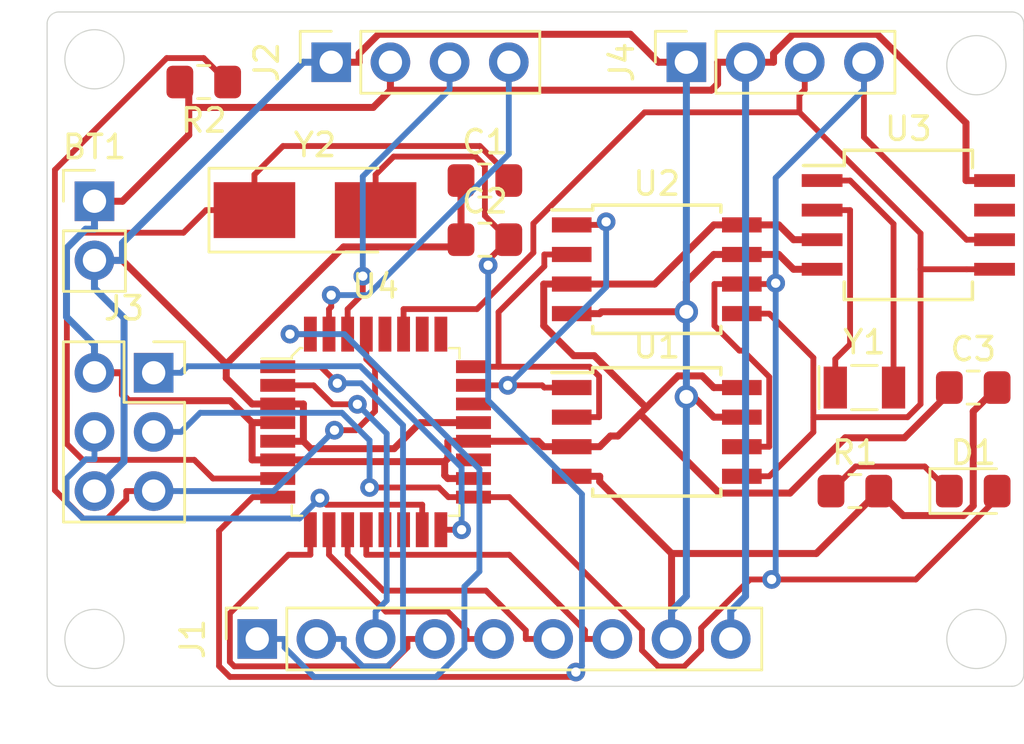
<source format=kicad_pcb>
(kicad_pcb (version 20171130) (host pcbnew "(5.1.5)-3")

  (general
    (thickness 1.6)
    (drawings 13)
    (tracks 374)
    (zones 0)
    (modules 17)
    (nets 32)
  )

  (page USLetter)
  (title_block
    (title "Arduino Clone")
    (date 2020-04-06)
    (rev v1)
    (company Falkon)
    (comment 1 "Adam Falkowski")
  )

  (layers
    (0 F.Cu signal)
    (1 In1.Cu power)
    (2 In2.Cu power)
    (31 B.Cu signal)
    (32 B.Adhes user)
    (33 F.Adhes user)
    (34 B.Paste user)
    (35 F.Paste user)
    (36 B.SilkS user)
    (37 F.SilkS user)
    (38 B.Mask user)
    (39 F.Mask user)
    (40 Dwgs.User user)
    (41 Cmts.User user)
    (42 Eco1.User user)
    (43 Eco2.User user)
    (44 Edge.Cuts user)
    (45 Margin user)
    (46 B.CrtYd user)
    (47 F.CrtYd user)
    (48 B.Fab user)
    (49 F.Fab user)
  )

  (setup
    (last_trace_width 0.25)
    (user_trace_width 0.3)
    (trace_clearance 0.2)
    (zone_clearance 0.508)
    (zone_45_only no)
    (trace_min 0.2)
    (via_size 0.8)
    (via_drill 0.4)
    (via_min_size 0.4)
    (via_min_drill 0.3)
    (user_via 1 0.6)
    (uvia_size 0.3)
    (uvia_drill 0.1)
    (uvias_allowed no)
    (uvia_min_size 0.2)
    (uvia_min_drill 0.1)
    (edge_width 0.05)
    (segment_width 0.2)
    (pcb_text_width 0.3)
    (pcb_text_size 1.5 1.5)
    (mod_edge_width 0.12)
    (mod_text_size 1 1)
    (mod_text_width 0.15)
    (pad_size 1.524 1.524)
    (pad_drill 0.762)
    (pad_to_mask_clearance 0.051)
    (solder_mask_min_width 0.25)
    (aux_axis_origin 0 0)
    (visible_elements 7FFFFFFF)
    (pcbplotparams
      (layerselection 0x010fc_ffffffff)
      (usegerberextensions false)
      (usegerberattributes false)
      (usegerberadvancedattributes false)
      (creategerberjobfile false)
      (excludeedgelayer true)
      (linewidth 0.100000)
      (plotframeref false)
      (viasonmask false)
      (mode 1)
      (useauxorigin false)
      (hpglpennumber 1)
      (hpglpenspeed 20)
      (hpglpendiameter 15.000000)
      (psnegative false)
      (psa4output false)
      (plotreference true)
      (plotvalue true)
      (plotinvisibletext false)
      (padsonsilk false)
      (subtractmaskfromsilk false)
      (outputformat 1)
      (mirror false)
      (drillshape 1)
      (scaleselection 1)
      (outputdirectory ""))
  )

  (net 0 "")
  (net 1 /Vcc)
  (net 2 GNDPWR)
  (net 3 "Net-(C1-Pad2)")
  (net 4 "Net-(C2-Pad2)")
  (net 5 "Net-(D1-Pad1)")
  (net 6 /SCK)
  (net 7 /D2)
  (net 8 /D3)
  (net 9 /D4)
  (net 10 /D5)
  (net 11 /D6)
  (net 12 /D7)
  (net 13 /D8)
  (net 14 /Rx)
  (net 15 /Tx)
  (net 16 /MISO)
  (net 17 /MOSI)
  (net 18 /RESET)
  (net 19 /SDA)
  (net 20 /ADDS1)
  (net 21 /ADDS2)
  (net 22 "Net-(U3-Pad1)")
  (net 23 "Net-(U3-Pad2)")
  (net 24 "Net-(U3-Pad7)")
  (net 25 "Net-(U4-Pad13)")
  (net 26 "Net-(U4-Pad14)")
  (net 27 "Net-(U4-Pad19)")
  (net 28 "Net-(U4-Pad22)")
  (net 29 "Net-(U4-Pad25)")
  (net 30 "Net-(U4-Pad26)")
  (net 31 "Net-(U4-Pad28)")

  (net_class Default "This is the default net class."
    (clearance 0.2)
    (trace_width 0.25)
    (via_dia 0.8)
    (via_drill 0.4)
    (uvia_dia 0.3)
    (uvia_drill 0.1)
    (add_net /ADDS1)
    (add_net /ADDS2)
    (add_net /D2)
    (add_net /D3)
    (add_net /D4)
    (add_net /D5)
    (add_net /D6)
    (add_net /D7)
    (add_net /D8)
    (add_net /MISO)
    (add_net /MOSI)
    (add_net /RESET)
    (add_net /Rx)
    (add_net /SCK)
    (add_net /SDA)
    (add_net /Tx)
    (add_net "Net-(C1-Pad2)")
    (add_net "Net-(C2-Pad2)")
    (add_net "Net-(D1-Pad1)")
    (add_net "Net-(U3-Pad1)")
    (add_net "Net-(U3-Pad2)")
    (add_net "Net-(U3-Pad7)")
    (add_net "Net-(U4-Pad13)")
    (add_net "Net-(U4-Pad14)")
    (add_net "Net-(U4-Pad19)")
    (add_net "Net-(U4-Pad22)")
    (add_net "Net-(U4-Pad25)")
    (add_net "Net-(U4-Pad26)")
    (add_net "Net-(U4-Pad28)")
  )

  (net_class Power ""
    (clearance 0.2)
    (trace_width 0.3)
    (via_dia 1)
    (via_drill 0.6)
    (uvia_dia 0.3)
    (uvia_drill 0.1)
    (add_net /Vcc)
    (add_net GNDPWR)
  )

  (module Connector_PinHeader_2.54mm:PinHeader_1x02_P2.54mm_Vertical (layer F.Cu) (tedit 59FED5CC) (tstamp 5E8BCFF6)
    (at 85.09 86.614)
    (descr "Through hole straight pin header, 1x02, 2.54mm pitch, single row")
    (tags "Through hole pin header THT 1x02 2.54mm single row")
    (path /5E929089)
    (fp_text reference BT1 (at 0 -2.33) (layer F.SilkS)
      (effects (font (size 1 1) (thickness 0.15)))
    )
    (fp_text value "Battery 3V" (at 0 4.87) (layer F.Fab)
      (effects (font (size 1 1) (thickness 0.15)))
    )
    (fp_line (start -0.635 -1.27) (end 1.27 -1.27) (layer F.Fab) (width 0.1))
    (fp_line (start 1.27 -1.27) (end 1.27 3.81) (layer F.Fab) (width 0.1))
    (fp_line (start 1.27 3.81) (end -1.27 3.81) (layer F.Fab) (width 0.1))
    (fp_line (start -1.27 3.81) (end -1.27 -0.635) (layer F.Fab) (width 0.1))
    (fp_line (start -1.27 -0.635) (end -0.635 -1.27) (layer F.Fab) (width 0.1))
    (fp_line (start -1.33 3.87) (end 1.33 3.87) (layer F.SilkS) (width 0.12))
    (fp_line (start -1.33 1.27) (end -1.33 3.87) (layer F.SilkS) (width 0.12))
    (fp_line (start 1.33 1.27) (end 1.33 3.87) (layer F.SilkS) (width 0.12))
    (fp_line (start -1.33 1.27) (end 1.33 1.27) (layer F.SilkS) (width 0.12))
    (fp_line (start -1.33 0) (end -1.33 -1.33) (layer F.SilkS) (width 0.12))
    (fp_line (start -1.33 -1.33) (end 0 -1.33) (layer F.SilkS) (width 0.12))
    (fp_line (start -1.8 -1.8) (end -1.8 4.35) (layer F.CrtYd) (width 0.05))
    (fp_line (start -1.8 4.35) (end 1.8 4.35) (layer F.CrtYd) (width 0.05))
    (fp_line (start 1.8 4.35) (end 1.8 -1.8) (layer F.CrtYd) (width 0.05))
    (fp_line (start 1.8 -1.8) (end -1.8 -1.8) (layer F.CrtYd) (width 0.05))
    (fp_text user %R (at 0 1.27 90) (layer F.Fab)
      (effects (font (size 1 1) (thickness 0.15)))
    )
    (pad 1 thru_hole rect (at 0 0) (size 1.7 1.7) (drill 1) (layers *.Cu *.Mask)
      (net 1 /Vcc))
    (pad 2 thru_hole oval (at 0 2.54) (size 1.7 1.7) (drill 1) (layers *.Cu *.Mask)
      (net 2 GNDPWR))
    (model ${KISYS3DMOD}/Connector_PinHeader_2.54mm.3dshapes/PinHeader_1x02_P2.54mm_Vertical.wrl
      (at (xyz 0 0 0))
      (scale (xyz 1 1 1))
      (rotate (xyz 0 0 0))
    )
  )

  (module Capacitor_SMD:C_0805_2012Metric_Pad1.15x1.40mm_HandSolder (layer F.Cu) (tedit 5B36C52B) (tstamp 5E8BD007)
    (at 101.845 85.725)
    (descr "Capacitor SMD 0805 (2012 Metric), square (rectangular) end terminal, IPC_7351 nominal with elongated pad for handsoldering. (Body size source: https://docs.google.com/spreadsheets/d/1BsfQQcO9C6DZCsRaXUlFlo91Tg2WpOkGARC1WS5S8t0/edit?usp=sharing), generated with kicad-footprint-generator")
    (tags "capacitor handsolder")
    (path /5E8CCB16)
    (attr smd)
    (fp_text reference C1 (at 0 -1.65) (layer F.SilkS)
      (effects (font (size 1 1) (thickness 0.15)))
    )
    (fp_text value 22pF (at 0 1.65) (layer F.Fab)
      (effects (font (size 1 1) (thickness 0.15)))
    )
    (fp_line (start -1 0.6) (end -1 -0.6) (layer F.Fab) (width 0.1))
    (fp_line (start -1 -0.6) (end 1 -0.6) (layer F.Fab) (width 0.1))
    (fp_line (start 1 -0.6) (end 1 0.6) (layer F.Fab) (width 0.1))
    (fp_line (start 1 0.6) (end -1 0.6) (layer F.Fab) (width 0.1))
    (fp_line (start -0.261252 -0.71) (end 0.261252 -0.71) (layer F.SilkS) (width 0.12))
    (fp_line (start -0.261252 0.71) (end 0.261252 0.71) (layer F.SilkS) (width 0.12))
    (fp_line (start -1.85 0.95) (end -1.85 -0.95) (layer F.CrtYd) (width 0.05))
    (fp_line (start -1.85 -0.95) (end 1.85 -0.95) (layer F.CrtYd) (width 0.05))
    (fp_line (start 1.85 -0.95) (end 1.85 0.95) (layer F.CrtYd) (width 0.05))
    (fp_line (start 1.85 0.95) (end -1.85 0.95) (layer F.CrtYd) (width 0.05))
    (fp_text user %R (at 0 0) (layer F.Fab)
      (effects (font (size 0.5 0.5) (thickness 0.08)))
    )
    (pad 1 smd roundrect (at -1.025 0) (size 1.15 1.4) (layers F.Cu F.Paste F.Mask) (roundrect_rratio 0.217391)
      (net 2 GNDPWR))
    (pad 2 smd roundrect (at 1.025 0) (size 1.15 1.4) (layers F.Cu F.Paste F.Mask) (roundrect_rratio 0.217391)
      (net 3 "Net-(C1-Pad2)"))
    (model ${KISYS3DMOD}/Capacitor_SMD.3dshapes/C_0805_2012Metric.wrl
      (at (xyz 0 0 0))
      (scale (xyz 1 1 1))
      (rotate (xyz 0 0 0))
    )
  )

  (module Capacitor_SMD:C_0805_2012Metric_Pad1.15x1.40mm_HandSolder (layer F.Cu) (tedit 5B36C52B) (tstamp 5E8BD018)
    (at 101.845 88.265)
    (descr "Capacitor SMD 0805 (2012 Metric), square (rectangular) end terminal, IPC_7351 nominal with elongated pad for handsoldering. (Body size source: https://docs.google.com/spreadsheets/d/1BsfQQcO9C6DZCsRaXUlFlo91Tg2WpOkGARC1WS5S8t0/edit?usp=sharing), generated with kicad-footprint-generator")
    (tags "capacitor handsolder")
    (path /5E8CD3D9)
    (attr smd)
    (fp_text reference C2 (at 0 -1.65) (layer F.SilkS)
      (effects (font (size 1 1) (thickness 0.15)))
    )
    (fp_text value 22pF (at 0 1.65) (layer F.Fab)
      (effects (font (size 1 1) (thickness 0.15)))
    )
    (fp_text user %R (at 0 0) (layer F.Fab)
      (effects (font (size 0.5 0.5) (thickness 0.08)))
    )
    (fp_line (start 1.85 0.95) (end -1.85 0.95) (layer F.CrtYd) (width 0.05))
    (fp_line (start 1.85 -0.95) (end 1.85 0.95) (layer F.CrtYd) (width 0.05))
    (fp_line (start -1.85 -0.95) (end 1.85 -0.95) (layer F.CrtYd) (width 0.05))
    (fp_line (start -1.85 0.95) (end -1.85 -0.95) (layer F.CrtYd) (width 0.05))
    (fp_line (start -0.261252 0.71) (end 0.261252 0.71) (layer F.SilkS) (width 0.12))
    (fp_line (start -0.261252 -0.71) (end 0.261252 -0.71) (layer F.SilkS) (width 0.12))
    (fp_line (start 1 0.6) (end -1 0.6) (layer F.Fab) (width 0.1))
    (fp_line (start 1 -0.6) (end 1 0.6) (layer F.Fab) (width 0.1))
    (fp_line (start -1 -0.6) (end 1 -0.6) (layer F.Fab) (width 0.1))
    (fp_line (start -1 0.6) (end -1 -0.6) (layer F.Fab) (width 0.1))
    (pad 2 smd roundrect (at 1.025 0) (size 1.15 1.4) (layers F.Cu F.Paste F.Mask) (roundrect_rratio 0.217391)
      (net 4 "Net-(C2-Pad2)"))
    (pad 1 smd roundrect (at -1.025 0) (size 1.15 1.4) (layers F.Cu F.Paste F.Mask) (roundrect_rratio 0.217391)
      (net 2 GNDPWR))
    (model ${KISYS3DMOD}/Capacitor_SMD.3dshapes/C_0805_2012Metric.wrl
      (at (xyz 0 0 0))
      (scale (xyz 1 1 1))
      (rotate (xyz 0 0 0))
    )
  )

  (module Capacitor_SMD:C_0805_2012Metric_Pad1.15x1.40mm_HandSolder (layer F.Cu) (tedit 5B36C52B) (tstamp 5E8BD029)
    (at 122.8 94.615)
    (descr "Capacitor SMD 0805 (2012 Metric), square (rectangular) end terminal, IPC_7351 nominal with elongated pad for handsoldering. (Body size source: https://docs.google.com/spreadsheets/d/1BsfQQcO9C6DZCsRaXUlFlo91Tg2WpOkGARC1WS5S8t0/edit?usp=sharing), generated with kicad-footprint-generator")
    (tags "capacitor handsolder")
    (path /5E928BB4)
    (attr smd)
    (fp_text reference C3 (at 0 -1.65) (layer F.SilkS)
      (effects (font (size 1 1) (thickness 0.15)))
    )
    (fp_text value 10uF (at 0 1.65) (layer F.Fab)
      (effects (font (size 1 1) (thickness 0.15)))
    )
    (fp_line (start -1 0.6) (end -1 -0.6) (layer F.Fab) (width 0.1))
    (fp_line (start -1 -0.6) (end 1 -0.6) (layer F.Fab) (width 0.1))
    (fp_line (start 1 -0.6) (end 1 0.6) (layer F.Fab) (width 0.1))
    (fp_line (start 1 0.6) (end -1 0.6) (layer F.Fab) (width 0.1))
    (fp_line (start -0.261252 -0.71) (end 0.261252 -0.71) (layer F.SilkS) (width 0.12))
    (fp_line (start -0.261252 0.71) (end 0.261252 0.71) (layer F.SilkS) (width 0.12))
    (fp_line (start -1.85 0.95) (end -1.85 -0.95) (layer F.CrtYd) (width 0.05))
    (fp_line (start -1.85 -0.95) (end 1.85 -0.95) (layer F.CrtYd) (width 0.05))
    (fp_line (start 1.85 -0.95) (end 1.85 0.95) (layer F.CrtYd) (width 0.05))
    (fp_line (start 1.85 0.95) (end -1.85 0.95) (layer F.CrtYd) (width 0.05))
    (fp_text user %R (at 0 0) (layer F.Fab)
      (effects (font (size 0.5 0.5) (thickness 0.08)))
    )
    (pad 1 smd roundrect (at -1.025 0) (size 1.15 1.4) (layers F.Cu F.Paste F.Mask) (roundrect_rratio 0.217391)
      (net 1 /Vcc))
    (pad 2 smd roundrect (at 1.025 0) (size 1.15 1.4) (layers F.Cu F.Paste F.Mask) (roundrect_rratio 0.217391)
      (net 2 GNDPWR))
    (model ${KISYS3DMOD}/Capacitor_SMD.3dshapes/C_0805_2012Metric.wrl
      (at (xyz 0 0 0))
      (scale (xyz 1 1 1))
      (rotate (xyz 0 0 0))
    )
  )

  (module LED_SMD:LED_0805_2012Metric_Pad1.15x1.40mm_HandSolder (layer F.Cu) (tedit 5B4B45C9) (tstamp 5E8BD03C)
    (at 122.8 99.06)
    (descr "LED SMD 0805 (2012 Metric), square (rectangular) end terminal, IPC_7351 nominal, (Body size source: https://docs.google.com/spreadsheets/d/1BsfQQcO9C6DZCsRaXUlFlo91Tg2WpOkGARC1WS5S8t0/edit?usp=sharing), generated with kicad-footprint-generator")
    (tags "LED handsolder")
    (path /5E8CE1F4)
    (attr smd)
    (fp_text reference D1 (at 0 -1.65) (layer F.SilkS)
      (effects (font (size 1 1) (thickness 0.15)))
    )
    (fp_text value LED (at 0 1.65) (layer F.Fab)
      (effects (font (size 1 1) (thickness 0.15)))
    )
    (fp_line (start 1 -0.6) (end -0.7 -0.6) (layer F.Fab) (width 0.1))
    (fp_line (start -0.7 -0.6) (end -1 -0.3) (layer F.Fab) (width 0.1))
    (fp_line (start -1 -0.3) (end -1 0.6) (layer F.Fab) (width 0.1))
    (fp_line (start -1 0.6) (end 1 0.6) (layer F.Fab) (width 0.1))
    (fp_line (start 1 0.6) (end 1 -0.6) (layer F.Fab) (width 0.1))
    (fp_line (start 1 -0.96) (end -1.86 -0.96) (layer F.SilkS) (width 0.12))
    (fp_line (start -1.86 -0.96) (end -1.86 0.96) (layer F.SilkS) (width 0.12))
    (fp_line (start -1.86 0.96) (end 1 0.96) (layer F.SilkS) (width 0.12))
    (fp_line (start -1.85 0.95) (end -1.85 -0.95) (layer F.CrtYd) (width 0.05))
    (fp_line (start -1.85 -0.95) (end 1.85 -0.95) (layer F.CrtYd) (width 0.05))
    (fp_line (start 1.85 -0.95) (end 1.85 0.95) (layer F.CrtYd) (width 0.05))
    (fp_line (start 1.85 0.95) (end -1.85 0.95) (layer F.CrtYd) (width 0.05))
    (fp_text user %R (at 0 0) (layer F.Fab)
      (effects (font (size 0.5 0.5) (thickness 0.08)))
    )
    (pad 1 smd roundrect (at -1.025 0) (size 1.15 1.4) (layers F.Cu F.Paste F.Mask) (roundrect_rratio 0.217391)
      (net 5 "Net-(D1-Pad1)"))
    (pad 2 smd roundrect (at 1.025 0) (size 1.15 1.4) (layers F.Cu F.Paste F.Mask) (roundrect_rratio 0.217391)
      (net 6 /SCK))
    (model ${KISYS3DMOD}/LED_SMD.3dshapes/LED_0805_2012Metric.wrl
      (at (xyz 0 0 0))
      (scale (xyz 1 1 1))
      (rotate (xyz 0 0 0))
    )
  )

  (module Connector_PinSocket_2.54mm:PinSocket_1x09_P2.54mm_Vertical (layer F.Cu) (tedit 5A19A431) (tstamp 5E8BD059)
    (at 92.075 105.41 90)
    (descr "Through hole straight socket strip, 1x09, 2.54mm pitch, single row (from Kicad 4.0.7), script generated")
    (tags "Through hole socket strip THT 1x09 2.54mm single row")
    (path /5E8D09E0/5E8D1351)
    (fp_text reference J1 (at 0 -2.77 90) (layer F.SilkS)
      (effects (font (size 1 1) (thickness 0.15)))
    )
    (fp_text value "Digital Pins" (at 0 23.09 90) (layer F.Fab)
      (effects (font (size 1 1) (thickness 0.15)))
    )
    (fp_line (start -1.27 -1.27) (end 0.635 -1.27) (layer F.Fab) (width 0.1))
    (fp_line (start 0.635 -1.27) (end 1.27 -0.635) (layer F.Fab) (width 0.1))
    (fp_line (start 1.27 -0.635) (end 1.27 21.59) (layer F.Fab) (width 0.1))
    (fp_line (start 1.27 21.59) (end -1.27 21.59) (layer F.Fab) (width 0.1))
    (fp_line (start -1.27 21.59) (end -1.27 -1.27) (layer F.Fab) (width 0.1))
    (fp_line (start -1.33 1.27) (end 1.33 1.27) (layer F.SilkS) (width 0.12))
    (fp_line (start -1.33 1.27) (end -1.33 21.65) (layer F.SilkS) (width 0.12))
    (fp_line (start -1.33 21.65) (end 1.33 21.65) (layer F.SilkS) (width 0.12))
    (fp_line (start 1.33 1.27) (end 1.33 21.65) (layer F.SilkS) (width 0.12))
    (fp_line (start 1.33 -1.33) (end 1.33 0) (layer F.SilkS) (width 0.12))
    (fp_line (start 0 -1.33) (end 1.33 -1.33) (layer F.SilkS) (width 0.12))
    (fp_line (start -1.8 -1.8) (end 1.75 -1.8) (layer F.CrtYd) (width 0.05))
    (fp_line (start 1.75 -1.8) (end 1.75 22.1) (layer F.CrtYd) (width 0.05))
    (fp_line (start 1.75 22.1) (end -1.8 22.1) (layer F.CrtYd) (width 0.05))
    (fp_line (start -1.8 22.1) (end -1.8 -1.8) (layer F.CrtYd) (width 0.05))
    (fp_text user %R (at 0 10.16) (layer F.Fab)
      (effects (font (size 1 1) (thickness 0.15)))
    )
    (pad 1 thru_hole rect (at 0 0 90) (size 1.7 1.7) (drill 1) (layers *.Cu *.Mask)
      (net 7 /D2))
    (pad 2 thru_hole oval (at 0 2.54 90) (size 1.7 1.7) (drill 1) (layers *.Cu *.Mask)
      (net 8 /D3))
    (pad 3 thru_hole oval (at 0 5.08 90) (size 1.7 1.7) (drill 1) (layers *.Cu *.Mask)
      (net 9 /D4))
    (pad 4 thru_hole oval (at 0 7.62 90) (size 1.7 1.7) (drill 1) (layers *.Cu *.Mask)
      (net 10 /D5))
    (pad 5 thru_hole oval (at 0 10.16 90) (size 1.7 1.7) (drill 1) (layers *.Cu *.Mask)
      (net 11 /D6))
    (pad 6 thru_hole oval (at 0 12.7 90) (size 1.7 1.7) (drill 1) (layers *.Cu *.Mask)
      (net 12 /D7))
    (pad 7 thru_hole oval (at 0 15.24 90) (size 1.7 1.7) (drill 1) (layers *.Cu *.Mask)
      (net 13 /D8))
    (pad 8 thru_hole oval (at 0 17.78 90) (size 1.7 1.7) (drill 1) (layers *.Cu *.Mask)
      (net 2 GNDPWR))
    (pad 9 thru_hole oval (at 0 20.32 90) (size 1.7 1.7) (drill 1) (layers *.Cu *.Mask)
      (net 1 /Vcc))
    (model ${KISYS3DMOD}/Connector_PinSocket_2.54mm.3dshapes/PinSocket_1x09_P2.54mm_Vertical.wrl
      (at (xyz 0 0 0))
      (scale (xyz 1 1 1))
      (rotate (xyz 0 0 0))
    )
  )

  (module Connector_PinSocket_2.54mm:PinSocket_1x04_P2.54mm_Vertical (layer F.Cu) (tedit 5A19A429) (tstamp 5E8BD071)
    (at 95.25 80.645 90)
    (descr "Through hole straight socket strip, 1x04, 2.54mm pitch, single row (from Kicad 4.0.7), script generated")
    (tags "Through hole socket strip THT 1x04 2.54mm single row")
    (path /5E8D09E0/5E8D3C74)
    (fp_text reference J2 (at 0 -2.77 90) (layer F.SilkS)
      (effects (font (size 1 1) (thickness 0.15)))
    )
    (fp_text value "Serial " (at 0 10.39 90) (layer F.Fab)
      (effects (font (size 1 1) (thickness 0.15)))
    )
    (fp_line (start -1.27 -1.27) (end 0.635 -1.27) (layer F.Fab) (width 0.1))
    (fp_line (start 0.635 -1.27) (end 1.27 -0.635) (layer F.Fab) (width 0.1))
    (fp_line (start 1.27 -0.635) (end 1.27 8.89) (layer F.Fab) (width 0.1))
    (fp_line (start 1.27 8.89) (end -1.27 8.89) (layer F.Fab) (width 0.1))
    (fp_line (start -1.27 8.89) (end -1.27 -1.27) (layer F.Fab) (width 0.1))
    (fp_line (start -1.33 1.27) (end 1.33 1.27) (layer F.SilkS) (width 0.12))
    (fp_line (start -1.33 1.27) (end -1.33 8.95) (layer F.SilkS) (width 0.12))
    (fp_line (start -1.33 8.95) (end 1.33 8.95) (layer F.SilkS) (width 0.12))
    (fp_line (start 1.33 1.27) (end 1.33 8.95) (layer F.SilkS) (width 0.12))
    (fp_line (start 1.33 -1.33) (end 1.33 0) (layer F.SilkS) (width 0.12))
    (fp_line (start 0 -1.33) (end 1.33 -1.33) (layer F.SilkS) (width 0.12))
    (fp_line (start -1.8 -1.8) (end 1.75 -1.8) (layer F.CrtYd) (width 0.05))
    (fp_line (start 1.75 -1.8) (end 1.75 9.4) (layer F.CrtYd) (width 0.05))
    (fp_line (start 1.75 9.4) (end -1.8 9.4) (layer F.CrtYd) (width 0.05))
    (fp_line (start -1.8 9.4) (end -1.8 -1.8) (layer F.CrtYd) (width 0.05))
    (fp_text user %R (at 0 3.81) (layer F.Fab)
      (effects (font (size 1 1) (thickness 0.15)))
    )
    (pad 1 thru_hole rect (at 0 0 90) (size 1.7 1.7) (drill 1) (layers *.Cu *.Mask)
      (net 2 GNDPWR))
    (pad 2 thru_hole oval (at 0 2.54 90) (size 1.7 1.7) (drill 1) (layers *.Cu *.Mask)
      (net 1 /Vcc))
    (pad 3 thru_hole oval (at 0 5.08 90) (size 1.7 1.7) (drill 1) (layers *.Cu *.Mask)
      (net 14 /Rx))
    (pad 4 thru_hole oval (at 0 7.62 90) (size 1.7 1.7) (drill 1) (layers *.Cu *.Mask)
      (net 15 /Tx))
    (model ${KISYS3DMOD}/Connector_PinSocket_2.54mm.3dshapes/PinSocket_1x04_P2.54mm_Vertical.wrl
      (at (xyz 0 0 0))
      (scale (xyz 1 1 1))
      (rotate (xyz 0 0 0))
    )
  )

  (module Connector_PinSocket_2.54mm:PinSocket_2x03_P2.54mm_Vertical (layer F.Cu) (tedit 5A19A425) (tstamp 5E8BD08D)
    (at 87.63 93.98)
    (descr "Through hole straight socket strip, 2x03, 2.54mm pitch, double cols (from Kicad 4.0.7), script generated")
    (tags "Through hole socket strip THT 2x03 2.54mm double row")
    (path /5E8D09E0/5E8D3116)
    (fp_text reference J3 (at -1.27 -2.77) (layer F.SilkS)
      (effects (font (size 1 1) (thickness 0.15)))
    )
    (fp_text value ICSP (at -1.27 7.85) (layer F.Fab)
      (effects (font (size 1 1) (thickness 0.15)))
    )
    (fp_line (start -3.81 -1.27) (end 0.27 -1.27) (layer F.Fab) (width 0.1))
    (fp_line (start 0.27 -1.27) (end 1.27 -0.27) (layer F.Fab) (width 0.1))
    (fp_line (start 1.27 -0.27) (end 1.27 6.35) (layer F.Fab) (width 0.1))
    (fp_line (start 1.27 6.35) (end -3.81 6.35) (layer F.Fab) (width 0.1))
    (fp_line (start -3.81 6.35) (end -3.81 -1.27) (layer F.Fab) (width 0.1))
    (fp_line (start -3.87 -1.33) (end -1.27 -1.33) (layer F.SilkS) (width 0.12))
    (fp_line (start -3.87 -1.33) (end -3.87 6.41) (layer F.SilkS) (width 0.12))
    (fp_line (start -3.87 6.41) (end 1.33 6.41) (layer F.SilkS) (width 0.12))
    (fp_line (start 1.33 1.27) (end 1.33 6.41) (layer F.SilkS) (width 0.12))
    (fp_line (start -1.27 1.27) (end 1.33 1.27) (layer F.SilkS) (width 0.12))
    (fp_line (start -1.27 -1.33) (end -1.27 1.27) (layer F.SilkS) (width 0.12))
    (fp_line (start 1.33 -1.33) (end 1.33 0) (layer F.SilkS) (width 0.12))
    (fp_line (start 0 -1.33) (end 1.33 -1.33) (layer F.SilkS) (width 0.12))
    (fp_line (start -4.34 -1.8) (end 1.76 -1.8) (layer F.CrtYd) (width 0.05))
    (fp_line (start 1.76 -1.8) (end 1.76 6.85) (layer F.CrtYd) (width 0.05))
    (fp_line (start 1.76 6.85) (end -4.34 6.85) (layer F.CrtYd) (width 0.05))
    (fp_line (start -4.34 6.85) (end -4.34 -1.8) (layer F.CrtYd) (width 0.05))
    (fp_text user %R (at -1.27 2.54 90) (layer F.Fab)
      (effects (font (size 1 1) (thickness 0.15)))
    )
    (pad 1 thru_hole rect (at 0 0) (size 1.7 1.7) (drill 1) (layers *.Cu *.Mask)
      (net 16 /MISO))
    (pad 2 thru_hole oval (at -2.54 0) (size 1.7 1.7) (drill 1) (layers *.Cu *.Mask)
      (net 1 /Vcc))
    (pad 3 thru_hole oval (at 0 2.54) (size 1.7 1.7) (drill 1) (layers *.Cu *.Mask)
      (net 6 /SCK))
    (pad 4 thru_hole oval (at -2.54 2.54) (size 1.7 1.7) (drill 1) (layers *.Cu *.Mask)
      (net 17 /MOSI))
    (pad 5 thru_hole oval (at 0 5.08) (size 1.7 1.7) (drill 1) (layers *.Cu *.Mask)
      (net 18 /RESET))
    (pad 6 thru_hole oval (at -2.54 5.08) (size 1.7 1.7) (drill 1) (layers *.Cu *.Mask)
      (net 2 GNDPWR))
    (model ${KISYS3DMOD}/Connector_PinSocket_2.54mm.3dshapes/PinSocket_2x03_P2.54mm_Vertical.wrl
      (at (xyz 0 0 0))
      (scale (xyz 1 1 1))
      (rotate (xyz 0 0 0))
    )
  )

  (module Connector_PinSocket_2.54mm:PinSocket_1x04_P2.54mm_Vertical (layer F.Cu) (tedit 5A19A429) (tstamp 5E8BD0A5)
    (at 110.49 80.645 90)
    (descr "Through hole straight socket strip, 1x04, 2.54mm pitch, single row (from Kicad 4.0.7), script generated")
    (tags "Through hole socket strip THT 1x04 2.54mm single row")
    (path /5E8D09E0/5E8D218F)
    (fp_text reference J4 (at 0 -2.77 90) (layer F.SilkS)
      (effects (font (size 1 1) (thickness 0.15)))
    )
    (fp_text value I2C (at 0 10.39 90) (layer F.Fab)
      (effects (font (size 1 1) (thickness 0.15)))
    )
    (fp_text user %R (at 0 3.81) (layer F.Fab)
      (effects (font (size 1 1) (thickness 0.15)))
    )
    (fp_line (start -1.8 9.4) (end -1.8 -1.8) (layer F.CrtYd) (width 0.05))
    (fp_line (start 1.75 9.4) (end -1.8 9.4) (layer F.CrtYd) (width 0.05))
    (fp_line (start 1.75 -1.8) (end 1.75 9.4) (layer F.CrtYd) (width 0.05))
    (fp_line (start -1.8 -1.8) (end 1.75 -1.8) (layer F.CrtYd) (width 0.05))
    (fp_line (start 0 -1.33) (end 1.33 -1.33) (layer F.SilkS) (width 0.12))
    (fp_line (start 1.33 -1.33) (end 1.33 0) (layer F.SilkS) (width 0.12))
    (fp_line (start 1.33 1.27) (end 1.33 8.95) (layer F.SilkS) (width 0.12))
    (fp_line (start -1.33 8.95) (end 1.33 8.95) (layer F.SilkS) (width 0.12))
    (fp_line (start -1.33 1.27) (end -1.33 8.95) (layer F.SilkS) (width 0.12))
    (fp_line (start -1.33 1.27) (end 1.33 1.27) (layer F.SilkS) (width 0.12))
    (fp_line (start -1.27 8.89) (end -1.27 -1.27) (layer F.Fab) (width 0.1))
    (fp_line (start 1.27 8.89) (end -1.27 8.89) (layer F.Fab) (width 0.1))
    (fp_line (start 1.27 -0.635) (end 1.27 8.89) (layer F.Fab) (width 0.1))
    (fp_line (start 0.635 -1.27) (end 1.27 -0.635) (layer F.Fab) (width 0.1))
    (fp_line (start -1.27 -1.27) (end 0.635 -1.27) (layer F.Fab) (width 0.1))
    (pad 4 thru_hole oval (at 0 7.62 90) (size 1.7 1.7) (drill 1) (layers *.Cu *.Mask)
      (net 6 /SCK))
    (pad 3 thru_hole oval (at 0 5.08 90) (size 1.7 1.7) (drill 1) (layers *.Cu *.Mask)
      (net 19 /SDA))
    (pad 2 thru_hole oval (at 0 2.54 90) (size 1.7 1.7) (drill 1) (layers *.Cu *.Mask)
      (net 1 /Vcc))
    (pad 1 thru_hole rect (at 0 0 90) (size 1.7 1.7) (drill 1) (layers *.Cu *.Mask)
      (net 2 GNDPWR))
    (model ${KISYS3DMOD}/Connector_PinSocket_2.54mm.3dshapes/PinSocket_1x04_P2.54mm_Vertical.wrl
      (at (xyz 0 0 0))
      (scale (xyz 1 1 1))
      (rotate (xyz 0 0 0))
    )
  )

  (module Resistor_SMD:R_0805_2012Metric_Pad1.15x1.40mm_HandSolder (layer F.Cu) (tedit 5B36C52B) (tstamp 5E8BD0B6)
    (at 117.72 99.06)
    (descr "Resistor SMD 0805 (2012 Metric), square (rectangular) end terminal, IPC_7351 nominal with elongated pad for handsoldering. (Body size source: https://docs.google.com/spreadsheets/d/1BsfQQcO9C6DZCsRaXUlFlo91Tg2WpOkGARC1WS5S8t0/edit?usp=sharing), generated with kicad-footprint-generator")
    (tags "resistor handsolder")
    (path /5E8CECF6)
    (attr smd)
    (fp_text reference R1 (at 0 -1.65) (layer F.SilkS)
      (effects (font (size 1 1) (thickness 0.15)))
    )
    (fp_text value 330Ohms (at 0 1.65) (layer F.Fab)
      (effects (font (size 1 1) (thickness 0.15)))
    )
    (fp_line (start -1 0.6) (end -1 -0.6) (layer F.Fab) (width 0.1))
    (fp_line (start -1 -0.6) (end 1 -0.6) (layer F.Fab) (width 0.1))
    (fp_line (start 1 -0.6) (end 1 0.6) (layer F.Fab) (width 0.1))
    (fp_line (start 1 0.6) (end -1 0.6) (layer F.Fab) (width 0.1))
    (fp_line (start -0.261252 -0.71) (end 0.261252 -0.71) (layer F.SilkS) (width 0.12))
    (fp_line (start -0.261252 0.71) (end 0.261252 0.71) (layer F.SilkS) (width 0.12))
    (fp_line (start -1.85 0.95) (end -1.85 -0.95) (layer F.CrtYd) (width 0.05))
    (fp_line (start -1.85 -0.95) (end 1.85 -0.95) (layer F.CrtYd) (width 0.05))
    (fp_line (start 1.85 -0.95) (end 1.85 0.95) (layer F.CrtYd) (width 0.05))
    (fp_line (start 1.85 0.95) (end -1.85 0.95) (layer F.CrtYd) (width 0.05))
    (fp_text user %R (at 0 0) (layer F.Fab)
      (effects (font (size 0.5 0.5) (thickness 0.08)))
    )
    (pad 1 smd roundrect (at -1.025 0) (size 1.15 1.4) (layers F.Cu F.Paste F.Mask) (roundrect_rratio 0.217391)
      (net 5 "Net-(D1-Pad1)"))
    (pad 2 smd roundrect (at 1.025 0) (size 1.15 1.4) (layers F.Cu F.Paste F.Mask) (roundrect_rratio 0.217391)
      (net 2 GNDPWR))
    (model ${KISYS3DMOD}/Resistor_SMD.3dshapes/R_0805_2012Metric.wrl
      (at (xyz 0 0 0))
      (scale (xyz 1 1 1))
      (rotate (xyz 0 0 0))
    )
  )

  (module Resistor_SMD:R_0805_2012Metric_Pad1.15x1.40mm_HandSolder (layer F.Cu) (tedit 5B36C52B) (tstamp 5E8BD0C7)
    (at 89.78 81.495 180)
    (descr "Resistor SMD 0805 (2012 Metric), square (rectangular) end terminal, IPC_7351 nominal with elongated pad for handsoldering. (Body size source: https://docs.google.com/spreadsheets/d/1BsfQQcO9C6DZCsRaXUlFlo91Tg2WpOkGARC1WS5S8t0/edit?usp=sharing), generated with kicad-footprint-generator")
    (tags "resistor handsolder")
    (path /5E8CF356)
    (attr smd)
    (fp_text reference R2 (at 0 -1.65) (layer F.SilkS)
      (effects (font (size 1 1) (thickness 0.15)))
    )
    (fp_text value 10kOhms (at 0 1.65) (layer F.Fab)
      (effects (font (size 1 1) (thickness 0.15)))
    )
    (fp_text user %R (at 0 0) (layer F.Fab)
      (effects (font (size 0.5 0.5) (thickness 0.08)))
    )
    (fp_line (start 1.85 0.95) (end -1.85 0.95) (layer F.CrtYd) (width 0.05))
    (fp_line (start 1.85 -0.95) (end 1.85 0.95) (layer F.CrtYd) (width 0.05))
    (fp_line (start -1.85 -0.95) (end 1.85 -0.95) (layer F.CrtYd) (width 0.05))
    (fp_line (start -1.85 0.95) (end -1.85 -0.95) (layer F.CrtYd) (width 0.05))
    (fp_line (start -0.261252 0.71) (end 0.261252 0.71) (layer F.SilkS) (width 0.12))
    (fp_line (start -0.261252 -0.71) (end 0.261252 -0.71) (layer F.SilkS) (width 0.12))
    (fp_line (start 1 0.6) (end -1 0.6) (layer F.Fab) (width 0.1))
    (fp_line (start 1 -0.6) (end 1 0.6) (layer F.Fab) (width 0.1))
    (fp_line (start -1 -0.6) (end 1 -0.6) (layer F.Fab) (width 0.1))
    (fp_line (start -1 0.6) (end -1 -0.6) (layer F.Fab) (width 0.1))
    (pad 2 smd roundrect (at 1.025 0 180) (size 1.15 1.4) (layers F.Cu F.Paste F.Mask) (roundrect_rratio 0.217391)
      (net 1 /Vcc))
    (pad 1 smd roundrect (at -1.025 0 180) (size 1.15 1.4) (layers F.Cu F.Paste F.Mask) (roundrect_rratio 0.217391)
      (net 18 /RESET))
    (model ${KISYS3DMOD}/Resistor_SMD.3dshapes/R_0805_2012Metric.wrl
      (at (xyz 0 0 0))
      (scale (xyz 1 1 1))
      (rotate (xyz 0 0 0))
    )
  )

  (module Package_SO:SOIJ-8_5.3x5.3mm_P1.27mm (layer F.Cu) (tedit 5A02F2D3) (tstamp 5E8BD0E4)
    (at 109.22 96.52)
    (descr "8-Lead Plastic Small Outline (SM) - Medium, 5.28 mm Body [SOIC] (see Microchip Packaging Specification 00000049BS.pdf)")
    (tags "SOIC 1.27")
    (path /5E8CF87B)
    (attr smd)
    (fp_text reference U1 (at 0 -3.68) (layer F.SilkS)
      (effects (font (size 1 1) (thickness 0.15)))
    )
    (fp_text value 24LC1025 (at 0 3.68) (layer F.Fab)
      (effects (font (size 1 1) (thickness 0.15)))
    )
    (fp_text user %R (at 0 0) (layer F.Fab)
      (effects (font (size 1 1) (thickness 0.15)))
    )
    (fp_line (start -1.65 -2.65) (end 2.65 -2.65) (layer F.Fab) (width 0.15))
    (fp_line (start 2.65 -2.65) (end 2.65 2.65) (layer F.Fab) (width 0.15))
    (fp_line (start 2.65 2.65) (end -2.65 2.65) (layer F.Fab) (width 0.15))
    (fp_line (start -2.65 2.65) (end -2.65 -1.65) (layer F.Fab) (width 0.15))
    (fp_line (start -2.65 -1.65) (end -1.65 -2.65) (layer F.Fab) (width 0.15))
    (fp_line (start -4.75 -2.95) (end -4.75 2.95) (layer F.CrtYd) (width 0.05))
    (fp_line (start 4.75 -2.95) (end 4.75 2.95) (layer F.CrtYd) (width 0.05))
    (fp_line (start -4.75 -2.95) (end 4.75 -2.95) (layer F.CrtYd) (width 0.05))
    (fp_line (start -4.75 2.95) (end 4.75 2.95) (layer F.CrtYd) (width 0.05))
    (fp_line (start -2.75 -2.755) (end -2.75 -2.55) (layer F.SilkS) (width 0.15))
    (fp_line (start 2.75 -2.755) (end 2.75 -2.455) (layer F.SilkS) (width 0.15))
    (fp_line (start 2.75 2.755) (end 2.75 2.455) (layer F.SilkS) (width 0.15))
    (fp_line (start -2.75 2.755) (end -2.75 2.455) (layer F.SilkS) (width 0.15))
    (fp_line (start -2.75 -2.755) (end 2.75 -2.755) (layer F.SilkS) (width 0.15))
    (fp_line (start -2.75 2.755) (end 2.75 2.755) (layer F.SilkS) (width 0.15))
    (fp_line (start -2.75 -2.55) (end -4.5 -2.55) (layer F.SilkS) (width 0.15))
    (pad 1 smd rect (at -3.65 -1.905) (size 1.7 0.65) (layers F.Cu F.Paste F.Mask)
      (net 20 /ADDS1))
    (pad 2 smd rect (at -3.65 -0.635) (size 1.7 0.65) (layers F.Cu F.Paste F.Mask)
      (net 21 /ADDS2))
    (pad 3 smd rect (at -3.65 0.635) (size 1.7 0.65) (layers F.Cu F.Paste F.Mask)
      (net 1 /Vcc))
    (pad 4 smd rect (at -3.65 1.905) (size 1.7 0.65) (layers F.Cu F.Paste F.Mask)
      (net 2 GNDPWR))
    (pad 5 smd rect (at 3.65 1.905) (size 1.7 0.65) (layers F.Cu F.Paste F.Mask)
      (net 19 /SDA))
    (pad 6 smd rect (at 3.65 0.635) (size 1.7 0.65) (layers F.Cu F.Paste F.Mask)
      (net 6 /SCK))
    (pad 7 smd rect (at 3.65 -0.635) (size 1.7 0.65) (layers F.Cu F.Paste F.Mask)
      (net 2 GNDPWR))
    (pad 8 smd rect (at 3.65 -1.905) (size 1.7 0.65) (layers F.Cu F.Paste F.Mask)
      (net 1 /Vcc))
    (model ${KISYS3DMOD}/Package_SO.3dshapes/SOIJ-8_5.3x5.3mm_P1.27mm.wrl
      (at (xyz 0 0 0))
      (scale (xyz 1 1 1))
      (rotate (xyz 0 0 0))
    )
  )

  (module Package_SO:SOIJ-8_5.3x5.3mm_P1.27mm (layer F.Cu) (tedit 5A02F2D3) (tstamp 5E8BD101)
    (at 109.22 89.535)
    (descr "8-Lead Plastic Small Outline (SM) - Medium, 5.28 mm Body [SOIC] (see Microchip Packaging Specification 00000049BS.pdf)")
    (tags "SOIC 1.27")
    (path /5E8E407A)
    (attr smd)
    (fp_text reference U2 (at 0 -3.68) (layer F.SilkS)
      (effects (font (size 1 1) (thickness 0.15)))
    )
    (fp_text value 24LC1025 (at 0 3.68) (layer F.Fab)
      (effects (font (size 1 1) (thickness 0.15)))
    )
    (fp_line (start -2.75 -2.55) (end -4.5 -2.55) (layer F.SilkS) (width 0.15))
    (fp_line (start -2.75 2.755) (end 2.75 2.755) (layer F.SilkS) (width 0.15))
    (fp_line (start -2.75 -2.755) (end 2.75 -2.755) (layer F.SilkS) (width 0.15))
    (fp_line (start -2.75 2.755) (end -2.75 2.455) (layer F.SilkS) (width 0.15))
    (fp_line (start 2.75 2.755) (end 2.75 2.455) (layer F.SilkS) (width 0.15))
    (fp_line (start 2.75 -2.755) (end 2.75 -2.455) (layer F.SilkS) (width 0.15))
    (fp_line (start -2.75 -2.755) (end -2.75 -2.55) (layer F.SilkS) (width 0.15))
    (fp_line (start -4.75 2.95) (end 4.75 2.95) (layer F.CrtYd) (width 0.05))
    (fp_line (start -4.75 -2.95) (end 4.75 -2.95) (layer F.CrtYd) (width 0.05))
    (fp_line (start 4.75 -2.95) (end 4.75 2.95) (layer F.CrtYd) (width 0.05))
    (fp_line (start -4.75 -2.95) (end -4.75 2.95) (layer F.CrtYd) (width 0.05))
    (fp_line (start -2.65 -1.65) (end -1.65 -2.65) (layer F.Fab) (width 0.15))
    (fp_line (start -2.65 2.65) (end -2.65 -1.65) (layer F.Fab) (width 0.15))
    (fp_line (start 2.65 2.65) (end -2.65 2.65) (layer F.Fab) (width 0.15))
    (fp_line (start 2.65 -2.65) (end 2.65 2.65) (layer F.Fab) (width 0.15))
    (fp_line (start -1.65 -2.65) (end 2.65 -2.65) (layer F.Fab) (width 0.15))
    (fp_text user %R (at 0 0) (layer F.Fab)
      (effects (font (size 1 1) (thickness 0.15)))
    )
    (pad 8 smd rect (at 3.65 -1.905) (size 1.7 0.65) (layers F.Cu F.Paste F.Mask)
      (net 1 /Vcc))
    (pad 7 smd rect (at 3.65 -0.635) (size 1.7 0.65) (layers F.Cu F.Paste F.Mask)
      (net 2 GNDPWR))
    (pad 6 smd rect (at 3.65 0.635) (size 1.7 0.65) (layers F.Cu F.Paste F.Mask)
      (net 6 /SCK))
    (pad 5 smd rect (at 3.65 1.905) (size 1.7 0.65) (layers F.Cu F.Paste F.Mask)
      (net 19 /SDA))
    (pad 4 smd rect (at -3.65 1.905) (size 1.7 0.65) (layers F.Cu F.Paste F.Mask)
      (net 2 GNDPWR))
    (pad 3 smd rect (at -3.65 0.635) (size 1.7 0.65) (layers F.Cu F.Paste F.Mask)
      (net 1 /Vcc))
    (pad 2 smd rect (at -3.65 -0.635) (size 1.7 0.65) (layers F.Cu F.Paste F.Mask)
      (net 21 /ADDS2))
    (pad 1 smd rect (at -3.65 -1.905) (size 1.7 0.65) (layers F.Cu F.Paste F.Mask)
      (net 20 /ADDS1))
    (model ${KISYS3DMOD}/Package_SO.3dshapes/SOIJ-8_5.3x5.3mm_P1.27mm.wrl
      (at (xyz 0 0 0))
      (scale (xyz 1 1 1))
      (rotate (xyz 0 0 0))
    )
  )

  (module Package_SO:SO-8_5.3x6.2mm_P1.27mm (layer F.Cu) (tedit 5A02F2D3) (tstamp 5E8BD11E)
    (at 120.015 87.63)
    (descr "8-Lead Plastic Small Outline, 5.3x6.2mm Body (http://www.ti.com.cn/cn/lit/ds/symlink/tl7705a.pdf)")
    (tags "SOIC 1.27")
    (path /5E8DA0DF)
    (attr smd)
    (fp_text reference U3 (at 0 -4.13) (layer F.SilkS)
      (effects (font (size 1 1) (thickness 0.15)))
    )
    (fp_text value DS13375+ (at 0 4.13) (layer F.Fab)
      (effects (font (size 1 1) (thickness 0.15)))
    )
    (fp_text user %R (at 0 0) (layer F.Fab)
      (effects (font (size 1 1) (thickness 0.15)))
    )
    (fp_line (start -1.65 -3.1) (end 2.65 -3.1) (layer F.Fab) (width 0.15))
    (fp_line (start 2.65 -3.1) (end 2.65 3.1) (layer F.Fab) (width 0.15))
    (fp_line (start 2.65 3.1) (end -2.65 3.1) (layer F.Fab) (width 0.15))
    (fp_line (start -2.65 3.1) (end -2.65 -2.1) (layer F.Fab) (width 0.15))
    (fp_line (start -2.65 -2.1) (end -1.65 -3.1) (layer F.Fab) (width 0.15))
    (fp_line (start -4.83 -3.35) (end -4.83 3.35) (layer F.CrtYd) (width 0.05))
    (fp_line (start 4.83 -3.35) (end 4.83 3.35) (layer F.CrtYd) (width 0.05))
    (fp_line (start -4.83 -3.35) (end 4.83 -3.35) (layer F.CrtYd) (width 0.05))
    (fp_line (start -4.83 3.35) (end 4.83 3.35) (layer F.CrtYd) (width 0.05))
    (fp_line (start -2.75 -3.205) (end -2.75 -2.55) (layer F.SilkS) (width 0.15))
    (fp_line (start 2.75 -3.205) (end 2.75 -2.455) (layer F.SilkS) (width 0.15))
    (fp_line (start 2.75 3.205) (end 2.75 2.455) (layer F.SilkS) (width 0.15))
    (fp_line (start -2.75 3.205) (end -2.75 2.455) (layer F.SilkS) (width 0.15))
    (fp_line (start -2.75 -3.205) (end 2.75 -3.205) (layer F.SilkS) (width 0.15))
    (fp_line (start -2.75 3.205) (end 2.75 3.205) (layer F.SilkS) (width 0.15))
    (fp_line (start -2.75 -2.55) (end -4.5 -2.55) (layer F.SilkS) (width 0.15))
    (pad 1 smd rect (at -3.7 -1.905) (size 1.75 0.55) (layers F.Cu F.Paste F.Mask)
      (net 22 "Net-(U3-Pad1)"))
    (pad 2 smd rect (at -3.7 -0.635) (size 1.75 0.55) (layers F.Cu F.Paste F.Mask)
      (net 23 "Net-(U3-Pad2)"))
    (pad 3 smd rect (at -3.7 0.635) (size 1.75 0.55) (layers F.Cu F.Paste F.Mask)
      (net 1 /Vcc))
    (pad 4 smd rect (at -3.7 1.905) (size 1.75 0.55) (layers F.Cu F.Paste F.Mask)
      (net 2 GNDPWR))
    (pad 5 smd rect (at 3.7 1.905) (size 1.75 0.55) (layers F.Cu F.Paste F.Mask)
      (net 19 /SDA))
    (pad 6 smd rect (at 3.7 0.635) (size 1.75 0.55) (layers F.Cu F.Paste F.Mask)
      (net 6 /SCK))
    (pad 7 smd rect (at 3.7 -0.635) (size 1.75 0.55) (layers F.Cu F.Paste F.Mask)
      (net 24 "Net-(U3-Pad7)"))
    (pad 8 smd rect (at 3.7 -1.905) (size 1.75 0.55) (layers F.Cu F.Paste F.Mask)
      (net 1 /Vcc))
    (model ${KISYS3DMOD}/Package_SO.3dshapes/SO-8_5.3x6.2mm_P1.27mm.wrl
      (at (xyz 0 0 0))
      (scale (xyz 1 1 1))
      (rotate (xyz 0 0 0))
    )
  )

  (module digikey-footprints:TQFP-32_7x7mm (layer F.Cu) (tedit 5D28AA5E) (tstamp 5E8BD156)
    (at 97.155 96.52)
    (descr http://www.atmel.com/Images/Atmel-8826-SEEPROM-PCB-Mounting-Guidelines-Surface-Mount-Packages-ApplicationNote.pdf)
    (path /5E8D5484)
    (attr smd)
    (fp_text reference U4 (at 0 -6.25) (layer F.SilkS)
      (effects (font (size 1 1) (thickness 0.15)))
    )
    (fp_text value ATMEGA328P-AU (at 0 6.2) (layer F.Fab)
      (effects (font (size 1 1) (thickness 0.15)))
    )
    (fp_text user %R (at 0 0) (layer F.Fab)
      (effects (font (size 1 1) (thickness 0.15)))
    )
    (fp_line (start -5.2 5.2) (end 5.2 5.2) (layer F.CrtYd) (width 0.05))
    (fp_line (start -5.2 -5.2) (end -5.2 5.2) (layer F.CrtYd) (width 0.05))
    (fp_line (start 5.2 -5.2) (end 5.2 5.2) (layer F.CrtYd) (width 0.05))
    (fp_line (start -5.2 -5.2) (end 5.2 -5.2) (layer F.CrtYd) (width 0.05))
    (fp_line (start -3.15 -3.6) (end -3.25 -3.6) (layer F.SilkS) (width 0.1))
    (fp_line (start -3.25 -3.6) (end -3.6 -3.25) (layer F.SilkS) (width 0.1))
    (fp_line (start -3.6 -3.25) (end -3.6 -3.15) (layer F.SilkS) (width 0.1))
    (fp_line (start -3.6 -3.15) (end -4.9 -3.15) (layer F.SilkS) (width 0.1))
    (fp_line (start 3.6 -3.6) (end 3.15 -3.6) (layer F.SilkS) (width 0.1))
    (fp_line (start 3.6 -3.6) (end 3.6 -3.15) (layer F.SilkS) (width 0.1))
    (fp_line (start 3.6 3.6) (end 3.6 3.15) (layer F.SilkS) (width 0.1))
    (fp_line (start 3.6 3.6) (end 3.15 3.6) (layer F.SilkS) (width 0.1))
    (fp_line (start -3.6 3.6) (end -3.15 3.6) (layer F.SilkS) (width 0.1))
    (fp_line (start -3.6 3.6) (end -3.6 3.15) (layer F.SilkS) (width 0.1))
    (fp_line (start -3.5 -3.2) (end -3.5 3.5) (layer F.Fab) (width 0.1))
    (fp_line (start -3.2 -3.5) (end 3.5 -3.5) (layer F.Fab) (width 0.1))
    (fp_line (start -3.5 -3.2) (end -3.2 -3.5) (layer F.Fab) (width 0.1))
    (fp_line (start -3.5 3.5) (end 3.5 3.5) (layer F.Fab) (width 0.1))
    (fp_line (start 3.5 -3.5) (end 3.5 3.5) (layer F.Fab) (width 0.1))
    (pad 9 smd rect (at -2.8 4.2) (size 0.55 1.5) (layers F.Cu F.Paste F.Mask)
      (net 10 /D5))
    (pad 1 smd rect (at -4.2 -2.8) (size 1.5 0.55) (layers F.Cu F.Paste F.Mask)
      (net 8 /D3))
    (pad 2 smd rect (at -4.2 -2) (size 1.5 0.55) (layers F.Cu F.Paste F.Mask)
      (net 9 /D4))
    (pad 3 smd rect (at -4.2 -1.2) (size 1.5 0.55) (layers F.Cu F.Paste F.Mask)
      (net 2 GNDPWR))
    (pad 4 smd rect (at -4.2 -0.4) (size 1.5 0.55) (layers F.Cu F.Paste F.Mask)
      (net 1 /Vcc))
    (pad 5 smd rect (at -4.2 0.4) (size 1.5 0.55) (layers F.Cu F.Paste F.Mask)
      (net 2 GNDPWR))
    (pad 6 smd rect (at -4.2 1.2) (size 1.5 0.55) (layers F.Cu F.Paste F.Mask)
      (net 1 /Vcc))
    (pad 7 smd rect (at -4.2 2) (size 1.5 0.55) (layers F.Cu F.Paste F.Mask)
      (net 3 "Net-(C1-Pad2)"))
    (pad 8 smd rect (at -4.2 2.8) (size 1.5 0.55) (layers F.Cu F.Paste F.Mask)
      (net 4 "Net-(C2-Pad2)"))
    (pad 10 smd rect (at -2 4.2) (size 0.55 1.5) (layers F.Cu F.Paste F.Mask)
      (net 11 /D6))
    (pad 11 smd rect (at -1.2 4.2) (size 0.55 1.5) (layers F.Cu F.Paste F.Mask)
      (net 12 /D7))
    (pad 12 smd rect (at -0.4 4.2) (size 0.55 1.5) (layers F.Cu F.Paste F.Mask)
      (net 13 /D8))
    (pad 13 smd rect (at 0.4 4.2) (size 0.55 1.5) (layers F.Cu F.Paste F.Mask)
      (net 25 "Net-(U4-Pad13)"))
    (pad 14 smd rect (at 1.2 4.2) (size 0.55 1.5) (layers F.Cu F.Paste F.Mask)
      (net 26 "Net-(U4-Pad14)"))
    (pad 15 smd rect (at 2 4.2) (size 0.55 1.5) (layers F.Cu F.Paste F.Mask)
      (net 17 /MOSI))
    (pad 16 smd rect (at 2.8 4.2) (size 0.55 1.5) (layers F.Cu F.Paste F.Mask)
      (net 16 /MISO))
    (pad 17 smd rect (at 4.2 2.8) (size 1.5 0.55) (layers F.Cu F.Paste F.Mask)
      (net 6 /SCK))
    (pad 18 smd rect (at 4.2 2) (size 1.5 0.55) (layers F.Cu F.Paste F.Mask)
      (net 1 /Vcc))
    (pad 19 smd rect (at 4.2 1.2) (size 1.5 0.55) (layers F.Cu F.Paste F.Mask)
      (net 27 "Net-(U4-Pad19)"))
    (pad 20 smd rect (at 4.2 0.4) (size 1.5 0.55) (layers F.Cu F.Paste F.Mask)
      (net 1 /Vcc))
    (pad 21 smd rect (at 4.2 -0.4) (size 1.5 0.55) (layers F.Cu F.Paste F.Mask)
      (net 2 GNDPWR))
    (pad 22 smd rect (at 4.2 -1.2) (size 1.5 0.55) (layers F.Cu F.Paste F.Mask)
      (net 28 "Net-(U4-Pad22)"))
    (pad 23 smd rect (at 4.2 -2) (size 1.5 0.55) (layers F.Cu F.Paste F.Mask)
      (net 20 /ADDS1))
    (pad 24 smd rect (at 4.2 -2.8) (size 1.5 0.55) (layers F.Cu F.Paste F.Mask)
      (net 21 /ADDS2))
    (pad 25 smd rect (at 2.8 -4.2) (size 0.55 1.5) (layers F.Cu F.Paste F.Mask)
      (net 29 "Net-(U4-Pad25)"))
    (pad 26 smd rect (at 2 -4.2) (size 0.55 1.5) (layers F.Cu F.Paste F.Mask)
      (net 30 "Net-(U4-Pad26)"))
    (pad 27 smd rect (at 1.2 -4.2) (size 0.55 1.5) (layers F.Cu F.Paste F.Mask)
      (net 19 /SDA))
    (pad 28 smd rect (at 0.4 -4.2) (size 0.55 1.5) (layers F.Cu F.Paste F.Mask)
      (net 31 "Net-(U4-Pad28)"))
    (pad 29 smd rect (at -0.4 -4.2) (size 0.55 1.5) (layers F.Cu F.Paste F.Mask)
      (net 18 /RESET))
    (pad 30 smd rect (at -1.2 -4.2) (size 0.55 1.5) (layers F.Cu F.Paste F.Mask)
      (net 14 /Rx))
    (pad 31 smd rect (at -2 -4.2) (size 0.55 1.5) (layers F.Cu F.Paste F.Mask)
      (net 15 /Tx))
    (pad 32 smd rect (at -2.8 -4.2) (size 0.55 1.5) (layers F.Cu F.Paste F.Mask)
      (net 7 /D2))
  )

  (module Crystal:Crystal_SMD_MicroCrystal_CC7V-T1A-2Pin_3.2x1.5mm (layer F.Cu) (tedit 5D24C08C) (tstamp 5E8BD169)
    (at 118.13 94.615)
    (descr "SMD Crystal MicroCrystal CC7V-T1A/CM7V-T1A series https://www.microcrystal.com/fileadmin/Media/Products/32kHz/Datasheet/CC7V-T1A.pdf, 3.2x1.5mm^2 package")
    (tags "SMD SMT crystal")
    (path /5E8DB304)
    (attr smd)
    (fp_text reference Y1 (at 0 -1.95) (layer F.SilkS)
      (effects (font (size 1 1) (thickness 0.15)))
    )
    (fp_text value "Crystal 32Mhz" (at 0 1.95) (layer F.Fab)
      (effects (font (size 1 1) (thickness 0.15)))
    )
    (fp_text user %R (at 0 0) (layer F.Fab)
      (effects (font (size 0.7 0.7) (thickness 0.105)))
    )
    (fp_line (start -1.6 -0.75) (end -1.6 0.75) (layer F.Fab) (width 0.1))
    (fp_line (start -1.6 0.75) (end 1.6 0.75) (layer F.Fab) (width 0.1))
    (fp_line (start 1.6 0.75) (end 1.6 -0.75) (layer F.Fab) (width 0.1))
    (fp_line (start 1.6 -0.75) (end -1.6 -0.75) (layer F.Fab) (width 0.1))
    (fp_line (start -1.6 0.25) (end -1.1 0.75) (layer F.Fab) (width 0.1))
    (fp_line (start -0.55 -0.95) (end 0.55 -0.95) (layer F.SilkS) (width 0.12))
    (fp_line (start -0.55 0.95) (end 0.55 0.95) (layer F.SilkS) (width 0.12))
    (fp_line (start -1.95 -0.9) (end -1.95 0.9) (layer F.SilkS) (width 0.12))
    (fp_line (start -2 -1.2) (end -2 1.2) (layer F.CrtYd) (width 0.05))
    (fp_line (start -2 1.2) (end 2 1.2) (layer F.CrtYd) (width 0.05))
    (fp_line (start 2 1.2) (end 2 -1.2) (layer F.CrtYd) (width 0.05))
    (fp_line (start 2 -1.2) (end -2 -1.2) (layer F.CrtYd) (width 0.05))
    (pad 1 smd rect (at -1.25 0) (size 1 1.8) (layers F.Cu F.Paste F.Mask)
      (net 23 "Net-(U3-Pad2)"))
    (pad 2 smd rect (at 1.25 0) (size 1 1.8) (layers F.Cu F.Paste F.Mask)
      (net 22 "Net-(U3-Pad1)"))
    (model ${KISYS3DMOD}/Crystal.3dshapes/Crystal_SMD_MicroCrystal_CC7V-T1A-2Pin_3.2x1.5mm.wrl
      (at (xyz 0 0 0))
      (scale (xyz 1 1 1))
      (rotate (xyz 0 0 0))
    )
  )

  (module Crystal:Crystal_SMD_5032-2Pin_5.0x3.2mm_HandSoldering (layer F.Cu) (tedit 5A0FD1B2) (tstamp 5E8BD184)
    (at 94.555 86.995)
    (descr "SMD Crystal SERIES SMD2520/2 http://www.icbase.com/File/PDF/HKC/HKC00061008.pdf, hand-soldering, 5.0x3.2mm^2 package")
    (tags "SMD SMT crystal hand-soldering")
    (path /5E8DC7C9)
    (attr smd)
    (fp_text reference Y2 (at 0 -2.8) (layer F.SilkS)
      (effects (font (size 1 1) (thickness 0.15)))
    )
    (fp_text value "Crystal 16Mhz" (at 0 2.8) (layer F.Fab)
      (effects (font (size 1 1) (thickness 0.15)))
    )
    (fp_text user %R (at 0 0) (layer F.Fab)
      (effects (font (size 1 1) (thickness 0.15)))
    )
    (fp_line (start -2.3 -1.6) (end 2.3 -1.6) (layer F.Fab) (width 0.1))
    (fp_line (start 2.3 -1.6) (end 2.5 -1.4) (layer F.Fab) (width 0.1))
    (fp_line (start 2.5 -1.4) (end 2.5 1.4) (layer F.Fab) (width 0.1))
    (fp_line (start 2.5 1.4) (end 2.3 1.6) (layer F.Fab) (width 0.1))
    (fp_line (start 2.3 1.6) (end -2.3 1.6) (layer F.Fab) (width 0.1))
    (fp_line (start -2.3 1.6) (end -2.5 1.4) (layer F.Fab) (width 0.1))
    (fp_line (start -2.5 1.4) (end -2.5 -1.4) (layer F.Fab) (width 0.1))
    (fp_line (start -2.5 -1.4) (end -2.3 -1.6) (layer F.Fab) (width 0.1))
    (fp_line (start -2.5 0.6) (end -1.5 1.6) (layer F.Fab) (width 0.1))
    (fp_line (start 2.7 -1.8) (end -4.55 -1.8) (layer F.SilkS) (width 0.12))
    (fp_line (start -4.55 -1.8) (end -4.55 1.8) (layer F.SilkS) (width 0.12))
    (fp_line (start -4.55 1.8) (end 2.7 1.8) (layer F.SilkS) (width 0.12))
    (fp_line (start -4.6 -1.9) (end -4.6 1.9) (layer F.CrtYd) (width 0.05))
    (fp_line (start -4.6 1.9) (end 4.6 1.9) (layer F.CrtYd) (width 0.05))
    (fp_line (start 4.6 1.9) (end 4.6 -1.9) (layer F.CrtYd) (width 0.05))
    (fp_line (start 4.6 -1.9) (end -4.6 -1.9) (layer F.CrtYd) (width 0.05))
    (fp_circle (center 0 0) (end 0.4 0) (layer F.Adhes) (width 0.1))
    (fp_circle (center 0 0) (end 0.333333 0) (layer F.Adhes) (width 0.133333))
    (fp_circle (center 0 0) (end 0.213333 0) (layer F.Adhes) (width 0.133333))
    (fp_circle (center 0 0) (end 0.093333 0) (layer F.Adhes) (width 0.186667))
    (pad 1 smd rect (at -2.6 0) (size 3.5 2.4) (layers F.Cu F.Paste F.Mask)
      (net 3 "Net-(C1-Pad2)"))
    (pad 2 smd rect (at 2.6 0) (size 3.5 2.4) (layers F.Cu F.Paste F.Mask)
      (net 4 "Net-(C2-Pad2)"))
    (model ${KISYS3DMOD}/Crystal.3dshapes/Crystal_SMD_5032-2Pin_5.0x3.2mm_HandSoldering.wrl
      (at (xyz 0 0 0))
      (scale (xyz 1 1 1))
      (rotate (xyz 0 0 0))
    )
  )

  (gr_line (start 124.968 78.994) (end 124.968 79.248) (layer Edge.Cuts) (width 0.05) (tstamp 5E8BD9A0))
  (gr_circle (center 122.936 80.772) (end 121.666 80.772) (layer Edge.Cuts) (width 0.05) (tstamp 5E8BEB3B))
  (gr_circle (center 122.936 105.41) (end 121.666 105.41) (layer Edge.Cuts) (width 0.05) (tstamp 5E8BEB39))
  (gr_circle (center 85.09 105.41) (end 83.82 105.41) (layer Edge.Cuts) (width 0.05) (tstamp 5E8BEB2B))
  (gr_circle (center 85.09 80.518) (end 83.82 80.518) (layer Edge.Cuts) (width 0.05))
  (gr_line (start 83.058 106.934) (end 83.058 78.994) (layer Edge.Cuts) (width 0.05) (tstamp 5E8BEA9C))
  (gr_line (start 124.46 107.442) (end 83.566 107.442) (layer Edge.Cuts) (width 0.05) (tstamp 5E8BEA9B))
  (gr_line (start 124.968 79.248) (end 124.968 106.934) (layer Edge.Cuts) (width 0.05) (tstamp 5E8BEA9A))
  (gr_line (start 83.566 78.486) (end 124.46 78.486) (layer Edge.Cuts) (width 0.05) (tstamp 5E8BEA99))
  (gr_arc (start 124.46 78.994) (end 124.968 78.994) (angle -90) (layer Edge.Cuts) (width 0.05))
  (gr_arc (start 124.46 106.934) (end 124.46 107.442) (angle -90) (layer Edge.Cuts) (width 0.05))
  (gr_arc (start 83.566 106.934) (end 83.058 106.934) (angle -90) (layer Edge.Cuts) (width 0.05))
  (gr_arc (start 83.566 78.994) (end 83.566 78.486) (angle -90) (layer Edge.Cuts) (width 0.05))

  (segment (start 97.79 81.8453) (end 111.5661 81.8453) (width 0.3) (layer F.Cu) (net 1))
  (segment (start 111.5661 81.8453) (end 111.8297 81.5817) (width 0.3) (layer F.Cu) (net 1))
  (segment (start 111.8297 81.5817) (end 111.8297 80.645) (width 0.3) (layer F.Cu) (net 1))
  (segment (start 89.1361 82.5856) (end 97.0497 82.5856) (width 0.3) (layer F.Cu) (net 1))
  (segment (start 97.0497 82.5856) (end 97.79 81.8453) (width 0.3) (layer F.Cu) (net 1))
  (segment (start 97.79 80.645) (end 97.79 81.8453) (width 0.3) (layer F.Cu) (net 1))
  (segment (start 113.03 80.645) (end 111.8297 80.645) (width 0.3) (layer F.Cu) (net 1))
  (segment (start 101.355 96.92) (end 100.2547 96.92) (width 0.3) (layer F.Cu) (net 1))
  (segment (start 100.1193 97.7946) (end 100.1193 98.3846) (width 0.3) (layer F.Cu) (net 1))
  (segment (start 100.1193 98.3846) (end 100.2547 98.52) (width 0.3) (layer F.Cu) (net 1))
  (segment (start 94.0553 97.72) (end 94.1299 97.7946) (width 0.3) (layer F.Cu) (net 1))
  (segment (start 94.1299 97.7946) (end 100.1193 97.7946) (width 0.3) (layer F.Cu) (net 1))
  (segment (start 100.2547 96.92) (end 100.2547 97.6592) (width 0.3) (layer F.Cu) (net 1))
  (segment (start 100.2547 97.6592) (end 100.1193 97.7946) (width 0.3) (layer F.Cu) (net 1))
  (segment (start 104.3697 97.155) (end 104.1347 96.92) (width 0.3) (layer F.Cu) (net 1))
  (segment (start 104.1347 96.92) (end 101.355 96.92) (width 0.3) (layer F.Cu) (net 1))
  (segment (start 113.03 80.645) (end 114.2303 80.645) (width 0.3) (layer F.Cu) (net 1))
  (segment (start 123.715 85.725) (end 122.4897 85.725) (width 0.3) (layer F.Cu) (net 1))
  (segment (start 122.4897 85.725) (end 122.4897 83.2506) (width 0.3) (layer F.Cu) (net 1))
  (segment (start 122.4897 83.2506) (end 118.6838 79.4447) (width 0.3) (layer F.Cu) (net 1))
  (segment (start 118.6838 79.4447) (end 115.0575 79.4447) (width 0.3) (layer F.Cu) (net 1))
  (segment (start 115.0575 79.4447) (end 114.2303 80.2719) (width 0.3) (layer F.Cu) (net 1))
  (segment (start 114.2303 80.2719) (end 114.2303 80.645) (width 0.3) (layer F.Cu) (net 1))
  (segment (start 105.57 97.155) (end 104.3697 97.155) (width 0.3) (layer F.Cu) (net 1))
  (segment (start 92.955 97.72) (end 94.0553 97.72) (width 0.3) (layer F.Cu) (net 1))
  (segment (start 101.355 98.52) (end 100.2547 98.52) (width 0.3) (layer F.Cu) (net 1))
  (segment (start 89.1361 82.5856) (end 89.1361 83.7682) (width 0.3) (layer F.Cu) (net 1))
  (segment (start 89.1361 83.7682) (end 86.2903 86.614) (width 0.3) (layer F.Cu) (net 1))
  (segment (start 88.755 81.495) (end 89.1361 81.8761) (width 0.3) (layer F.Cu) (net 1))
  (segment (start 89.1361 81.8761) (end 89.1361 82.5856) (width 0.3) (layer F.Cu) (net 1))
  (segment (start 85.09 93.98) (end 86.2903 93.98) (width 0.3) (layer F.Cu) (net 1))
  (segment (start 91.8547 96.12) (end 90.9151 95.1804) (width 0.3) (layer F.Cu) (net 1))
  (segment (start 90.9151 95.1804) (end 86.554 95.1804) (width 0.3) (layer F.Cu) (net 1))
  (segment (start 86.554 95.1804) (end 86.2903 94.9167) (width 0.3) (layer F.Cu) (net 1))
  (segment (start 86.2903 94.9167) (end 86.2903 93.98) (width 0.3) (layer F.Cu) (net 1))
  (segment (start 91.9798 96.12) (end 91.8547 96.12) (width 0.3) (layer F.Cu) (net 1))
  (segment (start 92.955 96.12) (end 91.9798 96.12) (width 0.3) (layer F.Cu) (net 1))
  (segment (start 92.955 97.72) (end 91.8547 97.72) (width 0.3) (layer F.Cu) (net 1))
  (segment (start 91.8547 97.72) (end 91.8547 96.12) (width 0.3) (layer F.Cu) (net 1))
  (segment (start 112.87 94.615) (end 111.6697 94.615) (width 0.3) (layer F.Cu) (net 1))
  (segment (start 108.767 95.4782) (end 108.4995 95.7457) (width 0.3) (layer F.Cu) (net 1))
  (segment (start 111.6697 94.615) (end 111.1694 94.1147) (width 0.3) (layer F.Cu) (net 1))
  (segment (start 111.1694 94.1147) (end 110.1305 94.1147) (width 0.3) (layer F.Cu) (net 1))
  (segment (start 110.1305 94.1147) (end 108.767 95.4782) (width 0.3) (layer F.Cu) (net 1))
  (segment (start 108.767 95.4782) (end 106.5334 93.2446) (width 0.3) (layer F.Cu) (net 1))
  (segment (start 106.5334 93.2446) (end 105.6519 93.2446) (width 0.3) (layer F.Cu) (net 1))
  (segment (start 105.6519 93.2446) (end 104.3697 91.9624) (width 0.3) (layer F.Cu) (net 1))
  (segment (start 104.3697 91.9624) (end 104.3697 90.17) (width 0.3) (layer F.Cu) (net 1))
  (segment (start 105.57 90.17) (end 104.3697 90.17) (width 0.3) (layer F.Cu) (net 1))
  (segment (start 108.4995 95.7457) (end 107.5505 96.6947) (width 0.3) (layer F.Cu) (net 1))
  (segment (start 107.5505 96.6947) (end 107.2306 96.6947) (width 0.3) (layer F.Cu) (net 1))
  (segment (start 107.2306 96.6947) (end 106.7703 97.155) (width 0.3) (layer F.Cu) (net 1))
  (segment (start 108.4995 95.7457) (end 111.8986 99.1449) (width 0.3) (layer F.Cu) (net 1))
  (segment (start 111.8986 99.1449) (end 114.9375 99.1449) (width 0.3) (layer F.Cu) (net 1))
  (segment (start 114.9375 99.1449) (end 117.3104 96.772) (width 0.3) (layer F.Cu) (net 1))
  (segment (start 117.3104 96.772) (end 119.849 96.772) (width 0.3) (layer F.Cu) (net 1))
  (segment (start 119.849 96.772) (end 121.775 94.846) (width 0.3) (layer F.Cu) (net 1))
  (segment (start 121.775 94.846) (end 121.775 94.615) (width 0.3) (layer F.Cu) (net 1))
  (segment (start 112.395 105.41) (end 112.395 104.2097) (width 0.3) (layer B.Cu) (net 1))
  (segment (start 113.03 80.645) (end 113.03 103.5747) (width 0.3) (layer B.Cu) (net 1))
  (segment (start 113.03 103.5747) (end 112.395 104.2097) (width 0.3) (layer B.Cu) (net 1))
  (segment (start 105.712 97.155) (end 105.57 97.155) (width 0.3) (layer F.Cu) (net 1))
  (segment (start 105.712 97.155) (end 106.7703 97.155) (width 0.3) (layer F.Cu) (net 1))
  (segment (start 111.6697 87.63) (end 109.1297 90.17) (width 0.3) (layer F.Cu) (net 1))
  (segment (start 109.1297 90.17) (end 105.57 90.17) (width 0.3) (layer F.Cu) (net 1))
  (segment (start 85.09 86.614) (end 86.2903 86.614) (width 0.3) (layer F.Cu) (net 1))
  (segment (start 85.09 86.614) (end 85.09 87.8143) (width 0.3) (layer B.Cu) (net 1))
  (segment (start 85.09 93.98) (end 85.09 92.7797) (width 0.3) (layer B.Cu) (net 1))
  (segment (start 85.09 92.7797) (end 83.8897 91.5794) (width 0.3) (layer B.Cu) (net 1))
  (segment (start 83.8897 91.5794) (end 83.8897 88.6394) (width 0.3) (layer B.Cu) (net 1))
  (segment (start 83.8897 88.6394) (end 84.7148 87.8143) (width 0.3) (layer B.Cu) (net 1))
  (segment (start 84.7148 87.8143) (end 85.09 87.8143) (width 0.3) (layer B.Cu) (net 1))
  (segment (start 115.0897 88.265) (end 114.4547 87.63) (width 0.3) (layer F.Cu) (net 1))
  (segment (start 114.4547 87.63) (end 112.87 87.63) (width 0.3) (layer F.Cu) (net 1))
  (segment (start 112.87 87.63) (end 111.6697 87.63) (width 0.3) (layer F.Cu) (net 1))
  (segment (start 116.315 88.265) (end 115.0897 88.265) (width 0.3) (layer F.Cu) (net 1))
  (segment (start 110.49 80.645) (end 109.2897 80.645) (width 0.3) (layer F.Cu) (net 2))
  (segment (start 95.25 80.645) (end 96.4503 80.645) (width 0.3) (layer F.Cu) (net 2))
  (segment (start 96.4503 80.645) (end 96.4503 80.2699) (width 0.3) (layer F.Cu) (net 2))
  (segment (start 96.4503 80.2699) (end 97.2755 79.4447) (width 0.3) (layer F.Cu) (net 2))
  (segment (start 97.2755 79.4447) (end 108.0894 79.4447) (width 0.3) (layer F.Cu) (net 2))
  (segment (start 108.0894 79.4447) (end 109.2897 80.645) (width 0.3) (layer F.Cu) (net 2))
  (segment (start 109.855 101.7401) (end 116.0649 101.7401) (width 0.3) (layer F.Cu) (net 2))
  (segment (start 116.0649 101.7401) (end 118.745 99.06) (width 0.3) (layer F.Cu) (net 2))
  (segment (start 106.7703 98.425) (end 106.7703 98.6554) (width 0.3) (layer F.Cu) (net 2))
  (segment (start 106.7703 98.6554) (end 109.855 101.7401) (width 0.3) (layer F.Cu) (net 2))
  (segment (start 109.855 104.2097) (end 109.855 101.7401) (width 0.3) (layer F.Cu) (net 2))
  (segment (start 105.57 98.425) (end 106.7703 98.425) (width 0.3) (layer F.Cu) (net 2))
  (segment (start 109.855 105.41) (end 109.855 104.2097) (width 0.3) (layer F.Cu) (net 2))
  (segment (start 90.7463 93.6099) (end 95.7803 88.5759) (width 0.3) (layer F.Cu) (net 2))
  (segment (start 95.7803 88.5759) (end 100.5091 88.5759) (width 0.3) (layer F.Cu) (net 2))
  (segment (start 100.5091 88.5759) (end 100.82 88.265) (width 0.3) (layer F.Cu) (net 2))
  (segment (start 91.8547 95.32) (end 90.7462 94.2115) (width 0.3) (layer F.Cu) (net 2))
  (segment (start 90.7462 94.2115) (end 90.7462 93.61) (width 0.3) (layer F.Cu) (net 2))
  (segment (start 90.7462 93.61) (end 90.7463 93.6099) (width 0.3) (layer F.Cu) (net 2))
  (segment (start 90.7463 93.6099) (end 86.2903 89.154) (width 0.3) (layer F.Cu) (net 2))
  (segment (start 85.09 89.154) (end 86.2903 89.154) (width 0.3) (layer F.Cu) (net 2))
  (segment (start 92.955 95.32) (end 91.8547 95.32) (width 0.3) (layer F.Cu) (net 2))
  (segment (start 93.5052 95.32) (end 92.955 95.32) (width 0.3) (layer F.Cu) (net 2))
  (segment (start 93.5052 95.32) (end 94.0553 95.32) (width 0.3) (layer F.Cu) (net 2))
  (segment (start 123.825 94.615) (end 122.8 95.64) (width 0.3) (layer F.Cu) (net 2))
  (segment (start 122.8 95.64) (end 122.8 99.6922) (width 0.3) (layer F.Cu) (net 2))
  (segment (start 122.8 99.6922) (end 122.3808 100.1114) (width 0.3) (layer F.Cu) (net 2))
  (segment (start 122.3808 100.1114) (end 119.7964 100.1114) (width 0.3) (layer F.Cu) (net 2))
  (segment (start 119.7964 100.1114) (end 118.745 99.06) (width 0.3) (layer F.Cu) (net 2))
  (segment (start 101.355 96.12) (end 99.0644 96.12) (width 0.3) (layer F.Cu) (net 2))
  (segment (start 99.0644 96.12) (end 97.945 97.2394) (width 0.3) (layer F.Cu) (net 2))
  (segment (start 97.945 97.2394) (end 94.3747 97.2394) (width 0.3) (layer F.Cu) (net 2))
  (segment (start 94.3747 97.2394) (end 94.0553 96.92) (width 0.3) (layer F.Cu) (net 2))
  (segment (start 94.0553 95.32) (end 94.0553 96.92) (width 0.3) (layer F.Cu) (net 2))
  (segment (start 100.82 85.725) (end 100.82 88.265) (width 0.3) (layer F.Cu) (net 2))
  (segment (start 85.09 89.154) (end 86.2903 89.154) (width 0.3) (layer B.Cu) (net 2))
  (segment (start 95.25 80.645) (end 94.0497 80.645) (width 0.3) (layer B.Cu) (net 2))
  (segment (start 94.0497 80.645) (end 86.2903 88.4044) (width 0.3) (layer B.Cu) (net 2))
  (segment (start 86.2903 88.4044) (end 86.2903 89.154) (width 0.3) (layer B.Cu) (net 2))
  (segment (start 85.09 89.154) (end 85.09 90.3543) (width 0.3) (layer B.Cu) (net 2))
  (segment (start 85.09 90.3543) (end 86.36 91.6243) (width 0.3) (layer B.Cu) (net 2))
  (segment (start 86.36 91.6243) (end 86.36 97.79) (width 0.3) (layer B.Cu) (net 2))
  (segment (start 86.36 97.79) (end 85.09 99.06) (width 0.3) (layer B.Cu) (net 2))
  (segment (start 111.6697 95.885) (end 110.7985 95.0138) (width 0.3) (layer F.Cu) (net 2))
  (segment (start 110.7985 95.0138) (end 110.49 95.0138) (width 0.3) (layer F.Cu) (net 2))
  (segment (start 110.49 95.0138) (end 110.49 103.5747) (width 0.3) (layer B.Cu) (net 2))
  (segment (start 110.49 103.5747) (end 109.855 104.2097) (width 0.3) (layer B.Cu) (net 2))
  (segment (start 110.49 91.3602) (end 110.49 95.0138) (width 0.3) (layer B.Cu) (net 2))
  (segment (start 112.87 95.885) (end 111.6697 95.885) (width 0.3) (layer F.Cu) (net 2))
  (segment (start 110.49 91.3602) (end 106.8501 91.3602) (width 0.3) (layer F.Cu) (net 2))
  (segment (start 106.8501 91.3602) (end 106.7703 91.44) (width 0.3) (layer F.Cu) (net 2))
  (segment (start 105.57 91.44) (end 106.7703 91.44) (width 0.3) (layer F.Cu) (net 2))
  (segment (start 111.6697 88.9) (end 110.49 90.0797) (width 0.3) (layer F.Cu) (net 2))
  (segment (start 110.49 90.0797) (end 110.49 91.3602) (width 0.3) (layer F.Cu) (net 2))
  (segment (start 110.49 80.645) (end 110.49 91.3602) (width 0.3) (layer B.Cu) (net 2))
  (segment (start 109.855 105.41) (end 109.855 104.2097) (width 0.3) (layer B.Cu) (net 2))
  (segment (start 112.87 88.9) (end 111.6697 88.9) (width 0.3) (layer F.Cu) (net 2))
  (segment (start 115.0897 89.535) (end 114.4547 88.9) (width 0.3) (layer F.Cu) (net 2))
  (segment (start 114.4547 88.9) (end 112.87 88.9) (width 0.3) (layer F.Cu) (net 2))
  (segment (start 92.955 96.92) (end 94.0553 96.92) (width 0.3) (layer F.Cu) (net 2))
  (segment (start 116.315 89.535) (end 115.0897 89.535) (width 0.3) (layer F.Cu) (net 2))
  (via (at 110.49 95.0138) (size 1) (drill 0.6) (layers F.Cu B.Cu) (net 2))
  (via (at 110.49 91.3602) (size 1) (drill 0.6) (layers F.Cu B.Cu) (net 2))
  (segment (start 91.955 86.995) (end 89.8797 86.995) (width 0.25) (layer F.Cu) (net 3))
  (segment (start 89.8797 86.995) (end 88.9102 87.9645) (width 0.25) (layer F.Cu) (net 3))
  (segment (start 88.9102 87.9645) (end 84.5604 87.9645) (width 0.25) (layer F.Cu) (net 3))
  (segment (start 84.5604 87.9645) (end 83.9056 88.6193) (width 0.25) (layer F.Cu) (net 3))
  (segment (start 83.9056 88.6193) (end 83.9056 97.0369) (width 0.25) (layer F.Cu) (net 3))
  (segment (start 83.9056 97.0369) (end 84.5879 97.7192) (width 0.25) (layer F.Cu) (net 3))
  (segment (start 84.5879 97.7192) (end 89.3741 97.7192) (width 0.25) (layer F.Cu) (net 3))
  (segment (start 89.3741 97.7192) (end 90.1749 98.52) (width 0.25) (layer F.Cu) (net 3))
  (segment (start 90.1749 98.52) (end 92.955 98.52) (width 0.25) (layer F.Cu) (net 3))
  (segment (start 91.955 86.9295) (end 91.955 86.995) (width 0.25) (layer F.Cu) (net 3))
  (segment (start 91.955 86.9295) (end 91.955 85.4697) (width 0.25) (layer F.Cu) (net 3))
  (segment (start 102.87 85.725) (end 102.87 85.4862) (width 0.25) (layer F.Cu) (net 3))
  (segment (start 102.87 85.4862) (end 101.6274 84.2436) (width 0.25) (layer F.Cu) (net 3))
  (segment (start 101.6274 84.2436) (end 93.1811 84.2436) (width 0.25) (layer F.Cu) (net 3))
  (segment (start 93.1811 84.2436) (end 91.955 85.4697) (width 0.25) (layer F.Cu) (net 3))
  (segment (start 102.87 88.265) (end 101.9847 89.1503) (width 0.25) (layer F.Cu) (net 4))
  (segment (start 101.9847 89.1503) (end 101.9847 89.3627) (width 0.25) (layer F.Cu) (net 4))
  (segment (start 105.7483 106.8312) (end 106.0091 106.5704) (width 0.25) (layer B.Cu) (net 4))
  (segment (start 106.0091 106.5704) (end 106.0091 99.195) (width 0.25) (layer B.Cu) (net 4))
  (segment (start 106.0091 99.195) (end 101.9847 95.1706) (width 0.25) (layer B.Cu) (net 4))
  (segment (start 101.9847 95.1706) (end 101.9847 89.3627) (width 0.25) (layer B.Cu) (net 4))
  (segment (start 105.7483 106.8312) (end 105.5396 107.0399) (width 0.25) (layer F.Cu) (net 4))
  (segment (start 105.5396 107.0399) (end 90.9038 107.0399) (width 0.25) (layer F.Cu) (net 4))
  (segment (start 90.9038 107.0399) (end 90.4369 106.573) (width 0.25) (layer F.Cu) (net 4))
  (segment (start 90.4369 106.573) (end 90.4369 100.7628) (width 0.25) (layer F.Cu) (net 4))
  (segment (start 90.4369 100.7628) (end 91.8797 99.32) (width 0.25) (layer F.Cu) (net 4))
  (segment (start 92.955 99.32) (end 91.8797 99.32) (width 0.25) (layer F.Cu) (net 4))
  (segment (start 97.155 85.4697) (end 97.9284 84.6963) (width 0.25) (layer F.Cu) (net 4))
  (segment (start 97.9284 84.6963) (end 101.4432 84.6963) (width 0.25) (layer F.Cu) (net 4))
  (segment (start 101.4432 84.6963) (end 101.845 85.0981) (width 0.25) (layer F.Cu) (net 4))
  (segment (start 101.845 85.0981) (end 101.845 87.24) (width 0.25) (layer F.Cu) (net 4))
  (segment (start 101.845 87.24) (end 102.87 88.265) (width 0.25) (layer F.Cu) (net 4))
  (segment (start 97.155 86.995) (end 97.155 85.4697) (width 0.25) (layer F.Cu) (net 4))
  (via (at 105.7483 106.8312) (size 0.8) (layers F.Cu B.Cu) (net 4))
  (via (at 101.9847 89.3627) (size 0.8) (layers F.Cu B.Cu) (net 4))
  (segment (start 121.775 99.06) (end 120.7177 98.0027) (width 0.25) (layer F.Cu) (net 5))
  (segment (start 120.7177 98.0027) (end 117.7523 98.0027) (width 0.25) (layer F.Cu) (net 5))
  (segment (start 117.7523 98.0027) (end 116.695 99.06) (width 0.25) (layer F.Cu) (net 5))
  (segment (start 88.8053 96.52) (end 89.6267 95.6986) (width 0.25) (layer B.Cu) (net 6))
  (segment (start 89.6267 95.6986) (end 95.7128 95.6986) (width 0.25) (layer B.Cu) (net 6))
  (segment (start 95.7128 95.6986) (end 96.8956 96.8814) (width 0.25) (layer B.Cu) (net 6))
  (segment (start 96.8956 96.8814) (end 96.8956 98.9054) (width 0.25) (layer B.Cu) (net 6))
  (segment (start 87.63 96.52) (end 88.8053 96.52) (width 0.25) (layer B.Cu) (net 6))
  (segment (start 101.355 99.32) (end 100.2797 99.32) (width 0.25) (layer F.Cu) (net 6))
  (segment (start 100.2797 99.32) (end 99.8651 98.9054) (width 0.25) (layer F.Cu) (net 6))
  (segment (start 99.8651 98.9054) (end 96.8956 98.9054) (width 0.25) (layer F.Cu) (net 6))
  (segment (start 114.1496 102.8553) (end 113.2158 102.8553) (width 0.25) (layer F.Cu) (net 6))
  (segment (start 113.2158 102.8553) (end 111.125 104.9461) (width 0.25) (layer F.Cu) (net 6))
  (segment (start 111.125 104.9461) (end 111.125 105.861) (width 0.25) (layer F.Cu) (net 6))
  (segment (start 111.125 105.861) (end 110.3919 106.5941) (width 0.25) (layer F.Cu) (net 6))
  (segment (start 110.3919 106.5941) (end 109.2814 106.5941) (width 0.25) (layer F.Cu) (net 6))
  (segment (start 109.2814 106.5941) (end 108.585 105.8977) (width 0.25) (layer F.Cu) (net 6))
  (segment (start 108.585 105.8977) (end 108.585 105.0158) (width 0.25) (layer F.Cu) (net 6))
  (segment (start 108.585 105.0158) (end 102.8892 99.32) (width 0.25) (layer F.Cu) (net 6))
  (segment (start 102.8892 99.32) (end 101.355 99.32) (width 0.25) (layer F.Cu) (net 6))
  (segment (start 114.1496 102.8553) (end 120.3379 102.8553) (width 0.25) (layer F.Cu) (net 6))
  (segment (start 120.3379 102.8553) (end 123.825 99.3682) (width 0.25) (layer F.Cu) (net 6))
  (segment (start 123.825 99.3682) (end 123.825 99.06) (width 0.25) (layer F.Cu) (net 6))
  (segment (start 114.3232 90.1314) (end 114.3232 102.6817) (width 0.25) (layer B.Cu) (net 6))
  (segment (start 114.3232 102.6817) (end 114.1496 102.8553) (width 0.25) (layer B.Cu) (net 6))
  (segment (start 118.11 81.8203) (end 114.3232 85.6071) (width 0.25) (layer B.Cu) (net 6))
  (segment (start 114.3232 85.6071) (end 114.3232 90.1314) (width 0.25) (layer B.Cu) (net 6))
  (segment (start 114.0453 90.17) (end 114.0839 90.1314) (width 0.25) (layer F.Cu) (net 6))
  (segment (start 114.0839 90.1314) (end 114.3232 90.1314) (width 0.25) (layer F.Cu) (net 6))
  (segment (start 118.11 80.645) (end 118.11 81.8203) (width 0.25) (layer B.Cu) (net 6))
  (segment (start 112.87 90.17) (end 114.0453 90.17) (width 0.25) (layer F.Cu) (net 6))
  (segment (start 123.715 88.265) (end 122.5147 88.265) (width 0.25) (layer F.Cu) (net 6))
  (segment (start 118.11 80.645) (end 118.11 83.8603) (width 0.25) (layer F.Cu) (net 6))
  (segment (start 118.11 83.8603) (end 122.5147 88.265) (width 0.25) (layer F.Cu) (net 6))
  (segment (start 112.87 90.17) (end 111.6947 90.17) (width 0.25) (layer F.Cu) (net 6))
  (segment (start 112.87 97.155) (end 114.0453 97.155) (width 0.25) (layer F.Cu) (net 6))
  (segment (start 114.0453 97.155) (end 114.0453 94.1552) (width 0.25) (layer F.Cu) (net 6))
  (segment (start 114.0453 94.1552) (end 112.9176 93.0275) (width 0.25) (layer F.Cu) (net 6))
  (segment (start 112.9176 93.0275) (end 112.7646 93.0275) (width 0.25) (layer F.Cu) (net 6))
  (segment (start 112.7646 93.0275) (end 111.6947 91.9576) (width 0.25) (layer F.Cu) (net 6))
  (segment (start 111.6947 91.9576) (end 111.6947 90.17) (width 0.25) (layer F.Cu) (net 6))
  (via (at 96.8956 98.9054) (size 0.8) (layers F.Cu B.Cu) (net 6))
  (via (at 114.1496 102.8553) (size 0.8) (layers F.Cu B.Cu) (net 6))
  (via (at 114.3232 90.1314) (size 0.8) (layers F.Cu B.Cu) (net 6))
  (segment (start 93.2503 105.41) (end 93.2503 105.7773) (width 0.25) (layer B.Cu) (net 7))
  (segment (start 93.2503 105.7773) (end 94.5144 107.0414) (width 0.25) (layer B.Cu) (net 7))
  (segment (start 94.5144 107.0414) (end 99.7478 107.0414) (width 0.25) (layer B.Cu) (net 7))
  (segment (start 99.7478 107.0414) (end 100.965 105.8242) (width 0.25) (layer B.Cu) (net 7))
  (segment (start 100.965 105.8242) (end 100.965 103.1587) (width 0.25) (layer B.Cu) (net 7))
  (segment (start 100.965 103.1587) (end 101.6091 102.5146) (width 0.25) (layer B.Cu) (net 7))
  (segment (start 101.6091 102.5146) (end 101.6091 98.1138) (width 0.25) (layer B.Cu) (net 7))
  (segment (start 101.6091 98.1138) (end 95.8153 92.32) (width 0.25) (layer B.Cu) (net 7))
  (segment (start 95.8153 92.32) (end 93.4793 92.32) (width 0.25) (layer B.Cu) (net 7))
  (segment (start 94.355 92.32) (end 93.4793 92.32) (width 0.25) (layer F.Cu) (net 7))
  (segment (start 92.075 105.41) (end 93.2503 105.41) (width 0.25) (layer B.Cu) (net 7))
  (via (at 93.4793 92.32) (size 0.8) (layers F.Cu B.Cu) (net 7))
  (segment (start 94.615 105.41) (end 95.7903 105.41) (width 0.25) (layer B.Cu) (net 8))
  (segment (start 95.513 94.4314) (end 96.5309 94.4314) (width 0.25) (layer B.Cu) (net 8))
  (segment (start 96.5309 94.4314) (end 98.3304 96.2309) (width 0.25) (layer B.Cu) (net 8))
  (segment (start 98.3304 96.2309) (end 98.3304 105.9212) (width 0.25) (layer B.Cu) (net 8))
  (segment (start 98.3304 105.9212) (end 97.6663 106.5853) (width 0.25) (layer B.Cu) (net 8))
  (segment (start 97.6663 106.5853) (end 96.5982 106.5853) (width 0.25) (layer B.Cu) (net 8))
  (segment (start 96.5982 106.5853) (end 95.7903 105.7774) (width 0.25) (layer B.Cu) (net 8))
  (segment (start 95.7903 105.7774) (end 95.7903 105.41) (width 0.25) (layer B.Cu) (net 8))
  (segment (start 92.955 93.72) (end 94.8016 93.72) (width 0.25) (layer F.Cu) (net 8))
  (segment (start 94.8016 93.72) (end 95.513 94.4314) (width 0.25) (layer F.Cu) (net 8))
  (via (at 95.513 94.4314) (size 0.8) (layers F.Cu B.Cu) (net 8))
  (segment (start 97.155 105.41) (end 97.155 104.2347) (width 0.25) (layer B.Cu) (net 9))
  (segment (start 96.3732 95.3333) (end 97.6307 96.5908) (width 0.25) (layer B.Cu) (net 9))
  (segment (start 97.6307 96.5908) (end 97.6307 103.759) (width 0.25) (layer B.Cu) (net 9))
  (segment (start 97.6307 103.759) (end 97.155 104.2347) (width 0.25) (layer B.Cu) (net 9))
  (segment (start 92.955 94.52) (end 94.4917 94.52) (width 0.25) (layer F.Cu) (net 9))
  (segment (start 94.4917 94.52) (end 95.305 95.3333) (width 0.25) (layer F.Cu) (net 9))
  (segment (start 95.305 95.3333) (end 96.3732 95.3333) (width 0.25) (layer F.Cu) (net 9))
  (via (at 96.3732 95.3333) (size 0.8) (layers F.Cu B.Cu) (net 9))
  (segment (start 99.695 105.41) (end 98.5197 105.41) (width 0.25) (layer F.Cu) (net 10))
  (segment (start 94.355 100.72) (end 94.355 101.7953) (width 0.25) (layer F.Cu) (net 10))
  (segment (start 94.355 101.7953) (end 93.4141 101.7953) (width 0.25) (layer F.Cu) (net 10))
  (segment (start 93.4141 101.7953) (end 90.8996 104.3098) (width 0.25) (layer F.Cu) (net 10))
  (segment (start 90.8996 104.3098) (end 90.8996 106.3947) (width 0.25) (layer F.Cu) (net 10))
  (segment (start 90.8996 106.3947) (end 91.0902 106.5853) (width 0.25) (layer F.Cu) (net 10))
  (segment (start 91.0902 106.5853) (end 97.7118 106.5853) (width 0.25) (layer F.Cu) (net 10))
  (segment (start 97.7118 106.5853) (end 98.5197 105.7774) (width 0.25) (layer F.Cu) (net 10))
  (segment (start 98.5197 105.7774) (end 98.5197 105.41) (width 0.25) (layer F.Cu) (net 10))
  (segment (start 95.155 100.72) (end 95.155 101.7953) (width 0.25) (layer F.Cu) (net 11))
  (segment (start 102.235 105.41) (end 101.0597 105.41) (width 0.25) (layer F.Cu) (net 11))
  (segment (start 101.0597 105.41) (end 101.0597 105.0426) (width 0.25) (layer F.Cu) (net 11))
  (segment (start 101.0597 105.0426) (end 100.2518 104.2347) (width 0.25) (layer F.Cu) (net 11))
  (segment (start 100.2518 104.2347) (end 97.5944 104.2347) (width 0.25) (layer F.Cu) (net 11))
  (segment (start 97.5944 104.2347) (end 95.155 101.7953) (width 0.25) (layer F.Cu) (net 11))
  (segment (start 103.5997 105.41) (end 103.5997 105.0426) (width 0.25) (layer F.Cu) (net 12))
  (segment (start 103.5997 105.0426) (end 101.8912 103.3341) (width 0.25) (layer F.Cu) (net 12))
  (segment (start 101.8912 103.3341) (end 97.4938 103.3341) (width 0.25) (layer F.Cu) (net 12))
  (segment (start 97.4938 103.3341) (end 95.955 101.7953) (width 0.25) (layer F.Cu) (net 12))
  (segment (start 104.775 105.41) (end 103.5997 105.41) (width 0.25) (layer F.Cu) (net 12))
  (segment (start 95.955 100.72) (end 95.955 101.7953) (width 0.25) (layer F.Cu) (net 12))
  (segment (start 96.755 101.7953) (end 102.8923 101.7953) (width 0.25) (layer F.Cu) (net 13))
  (segment (start 102.8923 101.7953) (end 106.1397 105.0427) (width 0.25) (layer F.Cu) (net 13))
  (segment (start 106.1397 105.0427) (end 106.1397 105.41) (width 0.25) (layer F.Cu) (net 13))
  (segment (start 107.315 105.41) (end 106.1397 105.41) (width 0.25) (layer F.Cu) (net 13))
  (segment (start 96.755 100.72) (end 96.755 101.7953) (width 0.25) (layer F.Cu) (net 13))
  (segment (start 100.33 80.645) (end 100.33 81.8203) (width 0.25) (layer B.Cu) (net 14))
  (segment (start 95.955 92.32) (end 95.955 91.2447) (width 0.25) (layer F.Cu) (net 14))
  (segment (start 96.6042 89.8309) (end 96.6042 85.5461) (width 0.25) (layer B.Cu) (net 14))
  (segment (start 96.6042 85.5461) (end 100.33 81.8203) (width 0.25) (layer B.Cu) (net 14))
  (segment (start 95.955 91.2447) (end 96.6042 90.5955) (width 0.25) (layer F.Cu) (net 14))
  (segment (start 96.6042 90.5955) (end 96.6042 89.8309) (width 0.25) (layer F.Cu) (net 14))
  (via (at 96.6042 89.8309) (size 0.8) (layers F.Cu B.Cu) (net 14))
  (segment (start 95.2497 90.6442) (end 96.8167 90.6442) (width 0.25) (layer B.Cu) (net 15))
  (segment (start 96.8167 90.6442) (end 102.87 84.5909) (width 0.25) (layer B.Cu) (net 15))
  (segment (start 102.87 84.5909) (end 102.87 80.645) (width 0.25) (layer B.Cu) (net 15))
  (segment (start 95.155 92.32) (end 95.155 91.2447) (width 0.25) (layer F.Cu) (net 15))
  (segment (start 95.155 91.2447) (end 95.2497 91.15) (width 0.25) (layer F.Cu) (net 15))
  (segment (start 95.2497 91.15) (end 95.2497 90.6442) (width 0.25) (layer F.Cu) (net 15))
  (via (at 95.2497 90.6442) (size 0.8) (layers F.Cu B.Cu) (net 15))
  (segment (start 100.845 100.72) (end 100.845 98.0459) (width 0.25) (layer B.Cu) (net 16))
  (segment (start 100.845 98.0459) (end 96.4992 93.7001) (width 0.25) (layer B.Cu) (net 16))
  (segment (start 96.4992 93.7001) (end 89.0852 93.7001) (width 0.25) (layer B.Cu) (net 16))
  (segment (start 89.0852 93.7001) (end 88.8053 93.98) (width 0.25) (layer B.Cu) (net 16))
  (segment (start 99.955 100.72) (end 100.845 100.72) (width 0.25) (layer F.Cu) (net 16))
  (segment (start 87.63 93.98) (end 88.8053 93.98) (width 0.25) (layer B.Cu) (net 16))
  (via (at 100.845 100.72) (size 0.8) (layers F.Cu B.Cu) (net 16))
  (segment (start 94.7646 99.3606) (end 95.0487 99.6447) (width 0.25) (layer F.Cu) (net 17))
  (segment (start 95.0487 99.6447) (end 99.155 99.6447) (width 0.25) (layer F.Cu) (net 17))
  (segment (start 85.09 97.6953) (end 84.7227 97.6953) (width 0.25) (layer B.Cu) (net 17))
  (segment (start 84.7227 97.6953) (end 83.8922 98.5258) (width 0.25) (layer B.Cu) (net 17))
  (segment (start 83.8922 98.5258) (end 83.8922 99.5393) (width 0.25) (layer B.Cu) (net 17))
  (segment (start 83.8922 99.5393) (end 84.5888 100.2359) (width 0.25) (layer B.Cu) (net 17))
  (segment (start 84.5888 100.2359) (end 93.8893 100.2359) (width 0.25) (layer B.Cu) (net 17))
  (segment (start 93.8893 100.2359) (end 94.7646 99.3606) (width 0.25) (layer B.Cu) (net 17))
  (segment (start 85.09 96.52) (end 85.09 97.6953) (width 0.25) (layer B.Cu) (net 17))
  (segment (start 99.155 100.72) (end 99.155 99.6447) (width 0.25) (layer F.Cu) (net 17))
  (via (at 94.7646 99.3606) (size 0.8) (layers F.Cu B.Cu) (net 17))
  (segment (start 96.755 93.3953) (end 97.1297 93.77) (width 0.25) (layer F.Cu) (net 18))
  (segment (start 97.1297 93.77) (end 97.1297 95.6312) (width 0.25) (layer F.Cu) (net 18))
  (segment (start 97.1297 95.6312) (end 96.3147 96.4462) (width 0.25) (layer F.Cu) (net 18))
  (segment (start 96.3147 96.4462) (end 95.3884 96.4462) (width 0.25) (layer F.Cu) (net 18))
  (segment (start 88.8053 99.06) (end 92.7746 99.06) (width 0.25) (layer B.Cu) (net 18))
  (segment (start 92.7746 99.06) (end 95.3884 96.4462) (width 0.25) (layer B.Cu) (net 18))
  (segment (start 87.63 99.06) (end 88.8053 99.06) (width 0.25) (layer B.Cu) (net 18))
  (segment (start 96.755 92.32) (end 96.755 93.3953) (width 0.25) (layer F.Cu) (net 18))
  (segment (start 87.63 99.06) (end 86.4547 99.06) (width 0.25) (layer F.Cu) (net 18))
  (segment (start 86.4547 99.06) (end 86.4547 99.4273) (width 0.25) (layer F.Cu) (net 18))
  (segment (start 86.4547 99.4273) (end 85.6392 100.2428) (width 0.25) (layer F.Cu) (net 18))
  (segment (start 85.6392 100.2428) (end 84.6096 100.2428) (width 0.25) (layer F.Cu) (net 18))
  (segment (start 84.6096 100.2428) (end 83.3934 99.0266) (width 0.25) (layer F.Cu) (net 18))
  (segment (start 83.3934 99.0266) (end 83.3934 85.265) (width 0.25) (layer F.Cu) (net 18))
  (segment (start 83.3934 85.265) (end 88.192 80.4664) (width 0.25) (layer F.Cu) (net 18))
  (segment (start 88.192 80.4664) (end 89.7764 80.4664) (width 0.25) (layer F.Cu) (net 18))
  (segment (start 89.7764 80.4664) (end 90.805 81.495) (width 0.25) (layer F.Cu) (net 18))
  (via (at 95.3884 96.4462) (size 0.8) (layers F.Cu B.Cu) (net 18))
  (segment (start 120.5395 89.535) (end 122.5147 89.535) (width 0.25) (layer F.Cu) (net 19))
  (segment (start 115.9393 95.8879) (end 119.9778 95.8879) (width 0.25) (layer F.Cu) (net 19))
  (segment (start 119.9778 95.8879) (end 120.5395 95.3262) (width 0.25) (layer F.Cu) (net 19))
  (segment (start 120.5395 95.3262) (end 120.5395 89.535) (width 0.25) (layer F.Cu) (net 19))
  (segment (start 120.5395 89.535) (end 120.5395 87.9953) (width 0.25) (layer F.Cu) (net 19))
  (segment (start 120.5395 87.9953) (end 115.3399 82.7957) (width 0.25) (layer F.Cu) (net 19))
  (segment (start 115.57 80.645) (end 115.57 81.8203) (width 0.25) (layer F.Cu) (net 19))
  (segment (start 115.3399 82.7957) (end 115.3399 82.0504) (width 0.25) (layer F.Cu) (net 19))
  (segment (start 115.3399 82.0504) (end 115.57 81.8203) (width 0.25) (layer F.Cu) (net 19))
  (segment (start 98.355 91.2447) (end 101.5041 91.2447) (width 0.25) (layer F.Cu) (net 19))
  (segment (start 101.5041 91.2447) (end 103.9238 88.825) (width 0.25) (layer F.Cu) (net 19))
  (segment (start 103.9238 88.825) (end 103.9238 87.571) (width 0.25) (layer F.Cu) (net 19))
  (segment (start 103.9238 87.571) (end 108.6991 82.7957) (width 0.25) (layer F.Cu) (net 19))
  (segment (start 108.6991 82.7957) (end 115.3399 82.7957) (width 0.25) (layer F.Cu) (net 19))
  (segment (start 98.355 92.32) (end 98.355 91.2447) (width 0.25) (layer F.Cu) (net 19))
  (segment (start 112.87 91.44) (end 114.0453 91.44) (width 0.25) (layer F.Cu) (net 19))
  (segment (start 115.9393 95.8879) (end 115.9393 96.531) (width 0.25) (layer F.Cu) (net 19))
  (segment (start 115.9393 96.531) (end 114.0453 98.425) (width 0.25) (layer F.Cu) (net 19))
  (segment (start 114.0453 91.44) (end 115.9393 93.334) (width 0.25) (layer F.Cu) (net 19))
  (segment (start 115.9393 93.334) (end 115.9393 95.8879) (width 0.25) (layer F.Cu) (net 19))
  (segment (start 112.87 98.425) (end 114.0453 98.425) (width 0.25) (layer F.Cu) (net 19))
  (segment (start 123.715 89.535) (end 122.5147 89.535) (width 0.25) (layer F.Cu) (net 19))
  (segment (start 107.0466 87.4972) (end 107.0466 90.3008) (width 0.25) (layer B.Cu) (net 20))
  (segment (start 107.0466 90.3008) (end 102.8274 94.52) (width 0.25) (layer B.Cu) (net 20))
  (segment (start 107.0466 87.4972) (end 106.8781 87.4972) (width 0.25) (layer F.Cu) (net 20))
  (segment (start 106.8781 87.4972) (end 106.7453 87.63) (width 0.25) (layer F.Cu) (net 20))
  (segment (start 105.57 87.63) (end 106.7453 87.63) (width 0.25) (layer F.Cu) (net 20))
  (segment (start 102.8274 94.52) (end 101.355 94.52) (width 0.25) (layer F.Cu) (net 20))
  (segment (start 104.3947 94.615) (end 104.2997 94.52) (width 0.25) (layer F.Cu) (net 20))
  (segment (start 104.2997 94.52) (end 102.8274 94.52) (width 0.25) (layer F.Cu) (net 20))
  (segment (start 105.57 94.615) (end 104.3947 94.615) (width 0.25) (layer F.Cu) (net 20))
  (via (at 107.0466 87.4972) (size 0.8) (layers F.Cu B.Cu) (net 20))
  (via (at 102.8274 94.52) (size 0.8) (layers F.Cu B.Cu) (net 20))
  (segment (start 102.4303 93.72) (end 102.4303 91.3734) (width 0.25) (layer F.Cu) (net 21))
  (segment (start 102.4303 91.3734) (end 104.3947 89.409) (width 0.25) (layer F.Cu) (net 21))
  (segment (start 104.3947 89.409) (end 104.3947 88.9) (width 0.25) (layer F.Cu) (net 21))
  (segment (start 102.4303 93.72) (end 106.3329 93.72) (width 0.25) (layer F.Cu) (net 21))
  (segment (start 106.3329 93.72) (end 106.7453 94.1324) (width 0.25) (layer F.Cu) (net 21))
  (segment (start 106.7453 94.1324) (end 106.7453 95.885) (width 0.25) (layer F.Cu) (net 21))
  (segment (start 101.355 93.72) (end 102.4303 93.72) (width 0.25) (layer F.Cu) (net 21))
  (segment (start 105.57 88.9) (end 104.3947 88.9) (width 0.25) (layer F.Cu) (net 21))
  (segment (start 105.57 95.885) (end 106.7453 95.885) (width 0.25) (layer F.Cu) (net 21))
  (segment (start 116.315 85.725) (end 117.5153 85.725) (width 0.25) (layer F.Cu) (net 22))
  (segment (start 119.38 94.615) (end 119.38 87.5897) (width 0.25) (layer F.Cu) (net 22))
  (segment (start 119.38 87.5897) (end 117.5153 85.725) (width 0.25) (layer F.Cu) (net 22))
  (segment (start 116.315 86.995) (end 117.5153 86.995) (width 0.25) (layer F.Cu) (net 23))
  (segment (start 116.88 94.615) (end 116.88 93.3897) (width 0.25) (layer F.Cu) (net 23))
  (segment (start 116.88 93.3897) (end 117.5153 92.7544) (width 0.25) (layer F.Cu) (net 23))
  (segment (start 117.5153 92.7544) (end 117.5153 86.995) (width 0.25) (layer F.Cu) (net 23))

)

</source>
